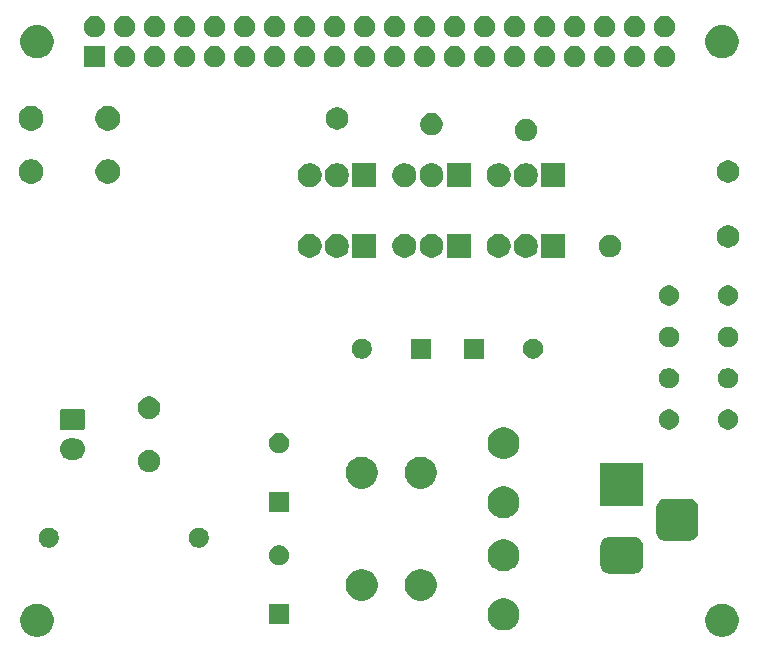
<source format=gbs>
G04 #@! TF.GenerationSoftware,KiCad,Pcbnew,(5.1.5)-2*
G04 #@! TF.CreationDate,2020-08-06T13:29:52+09:00*
G04 #@! TF.ProjectId,CAL_V_Simulation_circuit,43414c5f-565f-4536-996d-756c6174696f,rev?*
G04 #@! TF.SameCoordinates,Original*
G04 #@! TF.FileFunction,Soldermask,Bot*
G04 #@! TF.FilePolarity,Negative*
%FSLAX46Y46*%
G04 Gerber Fmt 4.6, Leading zero omitted, Abs format (unit mm)*
G04 Created by KiCad (PCBNEW (5.1.5)-2) date 2020-08-06 13:29:52*
%MOMM*%
%LPD*%
G04 APERTURE LIST*
%ADD10C,0.100000*%
G04 APERTURE END LIST*
D10*
G36*
X111818433Y-145134893D02*
G01*
X111908657Y-145152839D01*
X112014267Y-145196585D01*
X112163621Y-145258449D01*
X112163622Y-145258450D01*
X112393086Y-145411772D01*
X112588228Y-145606914D01*
X112690675Y-145760237D01*
X112741551Y-145836379D01*
X112803415Y-145985733D01*
X112847161Y-146091343D01*
X112901000Y-146362014D01*
X112901000Y-146637986D01*
X112858630Y-146851000D01*
X112847161Y-146908656D01*
X112741551Y-147163621D01*
X112741550Y-147163622D01*
X112588228Y-147393086D01*
X112393086Y-147588228D01*
X112239763Y-147690675D01*
X112163621Y-147741551D01*
X112014267Y-147803415D01*
X111908657Y-147847161D01*
X111818433Y-147865107D01*
X111637988Y-147901000D01*
X111362012Y-147901000D01*
X111181567Y-147865107D01*
X111091343Y-147847161D01*
X110985733Y-147803415D01*
X110836379Y-147741551D01*
X110760237Y-147690675D01*
X110606914Y-147588228D01*
X110411772Y-147393086D01*
X110258450Y-147163622D01*
X110258449Y-147163621D01*
X110152839Y-146908656D01*
X110141371Y-146851000D01*
X110099000Y-146637986D01*
X110099000Y-146362014D01*
X110152839Y-146091343D01*
X110196585Y-145985733D01*
X110258449Y-145836379D01*
X110309325Y-145760237D01*
X110411772Y-145606914D01*
X110606914Y-145411772D01*
X110836378Y-145258450D01*
X110836379Y-145258449D01*
X110985733Y-145196585D01*
X111091343Y-145152839D01*
X111181567Y-145134893D01*
X111362012Y-145099000D01*
X111637988Y-145099000D01*
X111818433Y-145134893D01*
G37*
G36*
X53818433Y-145134893D02*
G01*
X53908657Y-145152839D01*
X54014267Y-145196585D01*
X54163621Y-145258449D01*
X54163622Y-145258450D01*
X54393086Y-145411772D01*
X54588228Y-145606914D01*
X54690675Y-145760237D01*
X54741551Y-145836379D01*
X54803415Y-145985733D01*
X54847161Y-146091343D01*
X54901000Y-146362014D01*
X54901000Y-146637986D01*
X54858630Y-146851000D01*
X54847161Y-146908656D01*
X54741551Y-147163621D01*
X54741550Y-147163622D01*
X54588228Y-147393086D01*
X54393086Y-147588228D01*
X54239763Y-147690675D01*
X54163621Y-147741551D01*
X54014267Y-147803415D01*
X53908657Y-147847161D01*
X53818433Y-147865107D01*
X53637988Y-147901000D01*
X53362012Y-147901000D01*
X53181567Y-147865107D01*
X53091343Y-147847161D01*
X52985733Y-147803415D01*
X52836379Y-147741551D01*
X52760237Y-147690675D01*
X52606914Y-147588228D01*
X52411772Y-147393086D01*
X52258450Y-147163622D01*
X52258449Y-147163621D01*
X52152839Y-146908656D01*
X52141371Y-146851000D01*
X52099000Y-146637986D01*
X52099000Y-146362014D01*
X52152839Y-146091343D01*
X52196585Y-145985733D01*
X52258449Y-145836379D01*
X52309325Y-145760237D01*
X52411772Y-145606914D01*
X52606914Y-145411772D01*
X52836378Y-145258450D01*
X52836379Y-145258449D01*
X52985733Y-145196585D01*
X53091343Y-145152839D01*
X53181567Y-145134893D01*
X53362012Y-145099000D01*
X53637988Y-145099000D01*
X53818433Y-145134893D01*
G37*
G36*
X93394072Y-144700918D02*
G01*
X93639939Y-144802759D01*
X93712136Y-144851000D01*
X93861211Y-144950609D01*
X94049391Y-145138789D01*
X94058779Y-145152839D01*
X94129346Y-145258449D01*
X94197242Y-145360063D01*
X94299082Y-145605928D01*
X94351000Y-145866937D01*
X94351000Y-146133063D01*
X94299082Y-146394072D01*
X94197242Y-146639937D01*
X94056214Y-146851000D01*
X94049390Y-146861212D01*
X93861212Y-147049390D01*
X93639939Y-147197241D01*
X93639938Y-147197242D01*
X93639937Y-147197242D01*
X93394072Y-147299082D01*
X93133063Y-147351000D01*
X92866937Y-147351000D01*
X92605928Y-147299082D01*
X92360063Y-147197242D01*
X92360062Y-147197242D01*
X92360061Y-147197241D01*
X92138788Y-147049390D01*
X91950610Y-146861212D01*
X91943787Y-146851000D01*
X91802758Y-146639937D01*
X91700918Y-146394072D01*
X91649000Y-146133063D01*
X91649000Y-145866937D01*
X91700918Y-145605928D01*
X91802758Y-145360063D01*
X91870655Y-145258449D01*
X91941221Y-145152839D01*
X91950609Y-145138789D01*
X92138789Y-144950609D01*
X92287864Y-144851000D01*
X92360061Y-144802759D01*
X92605928Y-144700918D01*
X92866937Y-144649000D01*
X93133063Y-144649000D01*
X93394072Y-144700918D01*
G37*
G36*
X74851000Y-146851000D02*
G01*
X73149000Y-146851000D01*
X73149000Y-145149000D01*
X74851000Y-145149000D01*
X74851000Y-146851000D01*
G37*
G36*
X86394072Y-142200918D02*
G01*
X86639939Y-142302759D01*
X86861212Y-142450610D01*
X87049390Y-142638788D01*
X87197241Y-142860061D01*
X87299082Y-143105928D01*
X87351000Y-143366938D01*
X87351000Y-143633062D01*
X87299082Y-143894072D01*
X87197241Y-144139939D01*
X87049390Y-144361212D01*
X86861212Y-144549390D01*
X86639939Y-144697241D01*
X86639938Y-144697242D01*
X86639937Y-144697242D01*
X86394072Y-144799082D01*
X86133063Y-144851000D01*
X85866937Y-144851000D01*
X85605928Y-144799082D01*
X85360063Y-144697242D01*
X85360062Y-144697242D01*
X85360061Y-144697241D01*
X85138788Y-144549390D01*
X84950610Y-144361212D01*
X84802759Y-144139939D01*
X84700918Y-143894072D01*
X84649000Y-143633062D01*
X84649000Y-143366938D01*
X84700918Y-143105928D01*
X84802759Y-142860061D01*
X84950610Y-142638788D01*
X85138788Y-142450610D01*
X85360061Y-142302759D01*
X85605928Y-142200918D01*
X85866937Y-142149000D01*
X86133063Y-142149000D01*
X86394072Y-142200918D01*
G37*
G36*
X81394072Y-142200918D02*
G01*
X81639939Y-142302759D01*
X81861212Y-142450610D01*
X82049390Y-142638788D01*
X82197241Y-142860061D01*
X82299082Y-143105928D01*
X82351000Y-143366938D01*
X82351000Y-143633062D01*
X82299082Y-143894072D01*
X82197241Y-144139939D01*
X82049390Y-144361212D01*
X81861212Y-144549390D01*
X81639939Y-144697241D01*
X81639938Y-144697242D01*
X81639937Y-144697242D01*
X81394072Y-144799082D01*
X81133063Y-144851000D01*
X80866937Y-144851000D01*
X80605928Y-144799082D01*
X80360063Y-144697242D01*
X80360062Y-144697242D01*
X80360061Y-144697241D01*
X80138788Y-144549390D01*
X79950610Y-144361212D01*
X79802759Y-144139939D01*
X79700918Y-143894072D01*
X79649000Y-143633062D01*
X79649000Y-143366938D01*
X79700918Y-143105928D01*
X79802759Y-142860061D01*
X79950610Y-142638788D01*
X80138788Y-142450610D01*
X80360061Y-142302759D01*
X80605928Y-142200918D01*
X80866937Y-142149000D01*
X81133063Y-142149000D01*
X81394072Y-142200918D01*
G37*
G36*
X104226979Y-139463293D02*
G01*
X104360625Y-139503834D01*
X104483784Y-139569664D01*
X104591740Y-139658260D01*
X104680336Y-139766216D01*
X104746166Y-139889375D01*
X104786707Y-140023021D01*
X104801000Y-140168140D01*
X104801000Y-141831860D01*
X104786707Y-141976979D01*
X104746166Y-142110625D01*
X104680336Y-142233784D01*
X104591740Y-142341740D01*
X104483784Y-142430336D01*
X104360625Y-142496166D01*
X104226979Y-142536707D01*
X104081860Y-142551000D01*
X101918140Y-142551000D01*
X101773021Y-142536707D01*
X101639375Y-142496166D01*
X101516216Y-142430336D01*
X101408260Y-142341740D01*
X101319664Y-142233784D01*
X101253834Y-142110625D01*
X101213293Y-141976979D01*
X101199000Y-141831860D01*
X101199000Y-140168140D01*
X101213293Y-140023021D01*
X101253834Y-139889375D01*
X101319664Y-139766216D01*
X101408260Y-139658260D01*
X101516216Y-139569664D01*
X101639375Y-139503834D01*
X101773021Y-139463293D01*
X101918140Y-139449000D01*
X104081860Y-139449000D01*
X104226979Y-139463293D01*
G37*
G36*
X93394072Y-139700918D02*
G01*
X93635693Y-139801000D01*
X93639939Y-139802759D01*
X93751328Y-139877187D01*
X93861211Y-139950609D01*
X94049391Y-140138789D01*
X94106661Y-140224500D01*
X94191187Y-140351000D01*
X94197242Y-140360063D01*
X94299082Y-140605928D01*
X94351000Y-140866937D01*
X94351000Y-141133063D01*
X94299082Y-141394072D01*
X94197242Y-141639937D01*
X94049391Y-141861211D01*
X93861211Y-142049391D01*
X93769568Y-142110625D01*
X93639939Y-142197241D01*
X93639938Y-142197242D01*
X93639937Y-142197242D01*
X93394072Y-142299082D01*
X93133063Y-142351000D01*
X92866937Y-142351000D01*
X92605928Y-142299082D01*
X92360063Y-142197242D01*
X92360062Y-142197242D01*
X92360061Y-142197241D01*
X92230432Y-142110625D01*
X92138789Y-142049391D01*
X91950609Y-141861211D01*
X91802758Y-141639937D01*
X91700918Y-141394072D01*
X91649000Y-141133063D01*
X91649000Y-140866937D01*
X91700918Y-140605928D01*
X91802758Y-140360063D01*
X91808814Y-140351000D01*
X91893339Y-140224500D01*
X91950609Y-140138789D01*
X92138789Y-139950609D01*
X92248672Y-139877187D01*
X92360061Y-139802759D01*
X92364308Y-139801000D01*
X92605928Y-139700918D01*
X92866937Y-139649000D01*
X93133063Y-139649000D01*
X93394072Y-139700918D01*
G37*
G36*
X74248228Y-140181703D02*
G01*
X74403100Y-140245853D01*
X74542481Y-140338985D01*
X74661015Y-140457519D01*
X74754147Y-140596900D01*
X74818297Y-140751772D01*
X74851000Y-140916184D01*
X74851000Y-141083816D01*
X74818297Y-141248228D01*
X74754147Y-141403100D01*
X74661015Y-141542481D01*
X74542481Y-141661015D01*
X74403100Y-141754147D01*
X74248228Y-141818297D01*
X74083816Y-141851000D01*
X73916184Y-141851000D01*
X73751772Y-141818297D01*
X73596900Y-141754147D01*
X73457519Y-141661015D01*
X73338985Y-141542481D01*
X73245853Y-141403100D01*
X73181703Y-141248228D01*
X73149000Y-141083816D01*
X73149000Y-140916184D01*
X73181703Y-140751772D01*
X73245853Y-140596900D01*
X73338985Y-140457519D01*
X73457519Y-140338985D01*
X73596900Y-140245853D01*
X73751772Y-140181703D01*
X73916184Y-140149000D01*
X74083816Y-140149000D01*
X74248228Y-140181703D01*
G37*
G36*
X54748228Y-138681703D02*
G01*
X54903100Y-138745853D01*
X55042481Y-138838985D01*
X55161015Y-138957519D01*
X55254147Y-139096900D01*
X55318297Y-139251772D01*
X55351000Y-139416184D01*
X55351000Y-139583816D01*
X55318297Y-139748228D01*
X55254147Y-139903100D01*
X55161015Y-140042481D01*
X55042481Y-140161015D01*
X54903100Y-140254147D01*
X54748228Y-140318297D01*
X54583816Y-140351000D01*
X54416184Y-140351000D01*
X54251772Y-140318297D01*
X54096900Y-140254147D01*
X53957519Y-140161015D01*
X53838985Y-140042481D01*
X53745853Y-139903100D01*
X53681703Y-139748228D01*
X53649000Y-139583816D01*
X53649000Y-139416184D01*
X53681703Y-139251772D01*
X53745853Y-139096900D01*
X53838985Y-138957519D01*
X53957519Y-138838985D01*
X54096900Y-138745853D01*
X54251772Y-138681703D01*
X54416184Y-138649000D01*
X54583816Y-138649000D01*
X54748228Y-138681703D01*
G37*
G36*
X67448228Y-138681703D02*
G01*
X67603100Y-138745853D01*
X67742481Y-138838985D01*
X67861015Y-138957519D01*
X67954147Y-139096900D01*
X68018297Y-139251772D01*
X68051000Y-139416184D01*
X68051000Y-139583816D01*
X68018297Y-139748228D01*
X67954147Y-139903100D01*
X67861015Y-140042481D01*
X67742481Y-140161015D01*
X67603100Y-140254147D01*
X67448228Y-140318297D01*
X67283816Y-140351000D01*
X67116184Y-140351000D01*
X66951772Y-140318297D01*
X66796900Y-140254147D01*
X66657519Y-140161015D01*
X66538985Y-140042481D01*
X66445853Y-139903100D01*
X66381703Y-139748228D01*
X66349000Y-139583816D01*
X66349000Y-139416184D01*
X66381703Y-139251772D01*
X66445853Y-139096900D01*
X66538985Y-138957519D01*
X66657519Y-138838985D01*
X66796900Y-138745853D01*
X66951772Y-138681703D01*
X67116184Y-138649000D01*
X67283816Y-138649000D01*
X67448228Y-138681703D01*
G37*
G36*
X108826366Y-136215695D02*
G01*
X108983460Y-136263349D01*
X109128231Y-136340731D01*
X109255128Y-136444872D01*
X109359269Y-136571769D01*
X109436651Y-136716540D01*
X109484305Y-136873634D01*
X109501000Y-137043140D01*
X109501000Y-138956860D01*
X109484305Y-139126366D01*
X109436651Y-139283460D01*
X109359269Y-139428231D01*
X109255128Y-139555128D01*
X109128231Y-139659269D01*
X108983460Y-139736651D01*
X108826366Y-139784305D01*
X108656860Y-139801000D01*
X106743140Y-139801000D01*
X106573634Y-139784305D01*
X106416540Y-139736651D01*
X106271769Y-139659269D01*
X106144872Y-139555128D01*
X106040731Y-139428231D01*
X105963349Y-139283460D01*
X105915695Y-139126366D01*
X105899000Y-138956860D01*
X105899000Y-137043140D01*
X105915695Y-136873634D01*
X105963349Y-136716540D01*
X106040731Y-136571769D01*
X106144872Y-136444872D01*
X106271769Y-136340731D01*
X106416540Y-136263349D01*
X106573634Y-136215695D01*
X106743140Y-136199000D01*
X108656860Y-136199000D01*
X108826366Y-136215695D01*
G37*
G36*
X93394072Y-135200918D02*
G01*
X93639939Y-135302759D01*
X93712136Y-135351000D01*
X93861211Y-135450609D01*
X94049391Y-135638789D01*
X94197242Y-135860063D01*
X94299082Y-136105928D01*
X94351000Y-136366937D01*
X94351000Y-136633063D01*
X94299082Y-136894072D01*
X94197242Y-137139937D01*
X94056214Y-137351000D01*
X94049390Y-137361212D01*
X93861212Y-137549390D01*
X93639939Y-137697241D01*
X93639938Y-137697242D01*
X93639937Y-137697242D01*
X93394072Y-137799082D01*
X93133063Y-137851000D01*
X92866937Y-137851000D01*
X92605928Y-137799082D01*
X92360063Y-137697242D01*
X92360062Y-137697242D01*
X92360061Y-137697241D01*
X92138788Y-137549390D01*
X91950610Y-137361212D01*
X91943787Y-137351000D01*
X91802758Y-137139937D01*
X91700918Y-136894072D01*
X91649000Y-136633063D01*
X91649000Y-136366937D01*
X91700918Y-136105928D01*
X91802758Y-135860063D01*
X91950609Y-135638789D01*
X92138789Y-135450609D01*
X92287864Y-135351000D01*
X92360061Y-135302759D01*
X92605928Y-135200918D01*
X92866937Y-135149000D01*
X93133063Y-135149000D01*
X93394072Y-135200918D01*
G37*
G36*
X74851000Y-137351000D02*
G01*
X73149000Y-137351000D01*
X73149000Y-135649000D01*
X74851000Y-135649000D01*
X74851000Y-137351000D01*
G37*
G36*
X104801000Y-136801000D02*
G01*
X101199000Y-136801000D01*
X101199000Y-133199000D01*
X104801000Y-133199000D01*
X104801000Y-136801000D01*
G37*
G36*
X81394072Y-132700918D02*
G01*
X81639939Y-132802759D01*
X81861212Y-132950610D01*
X82049390Y-133138788D01*
X82197241Y-133360061D01*
X82299082Y-133605928D01*
X82351000Y-133866938D01*
X82351000Y-134133062D01*
X82299082Y-134394072D01*
X82197241Y-134639939D01*
X82049390Y-134861212D01*
X81861212Y-135049390D01*
X81639939Y-135197241D01*
X81639938Y-135197242D01*
X81639937Y-135197242D01*
X81394072Y-135299082D01*
X81133063Y-135351000D01*
X80866937Y-135351000D01*
X80605928Y-135299082D01*
X80360063Y-135197242D01*
X80360062Y-135197242D01*
X80360061Y-135197241D01*
X80138788Y-135049390D01*
X79950610Y-134861212D01*
X79802759Y-134639939D01*
X79700918Y-134394072D01*
X79649000Y-134133062D01*
X79649000Y-133866938D01*
X79700918Y-133605928D01*
X79802759Y-133360061D01*
X79950610Y-133138788D01*
X80138788Y-132950610D01*
X80360061Y-132802759D01*
X80605928Y-132700918D01*
X80866937Y-132649000D01*
X81133063Y-132649000D01*
X81394072Y-132700918D01*
G37*
G36*
X86394072Y-132700918D02*
G01*
X86639939Y-132802759D01*
X86861212Y-132950610D01*
X87049390Y-133138788D01*
X87197241Y-133360061D01*
X87299082Y-133605928D01*
X87351000Y-133866938D01*
X87351000Y-134133062D01*
X87299082Y-134394072D01*
X87197241Y-134639939D01*
X87049390Y-134861212D01*
X86861212Y-135049390D01*
X86639939Y-135197241D01*
X86639938Y-135197242D01*
X86639937Y-135197242D01*
X86394072Y-135299082D01*
X86133063Y-135351000D01*
X85866937Y-135351000D01*
X85605928Y-135299082D01*
X85360063Y-135197242D01*
X85360062Y-135197242D01*
X85360061Y-135197241D01*
X85138788Y-135049390D01*
X84950610Y-134861212D01*
X84802759Y-134639939D01*
X84700918Y-134394072D01*
X84649000Y-134133062D01*
X84649000Y-133866938D01*
X84700918Y-133605928D01*
X84802759Y-133360061D01*
X84950610Y-133138788D01*
X85138788Y-132950610D01*
X85360061Y-132802759D01*
X85605928Y-132700918D01*
X85866937Y-132649000D01*
X86133063Y-132649000D01*
X86394072Y-132700918D01*
G37*
G36*
X63277395Y-132085546D02*
G01*
X63450466Y-132157234D01*
X63527818Y-132208919D01*
X63606227Y-132261310D01*
X63738690Y-132393773D01*
X63738691Y-132393775D01*
X63842766Y-132549534D01*
X63914454Y-132722605D01*
X63951000Y-132906333D01*
X63951000Y-133093667D01*
X63914454Y-133277395D01*
X63842766Y-133450466D01*
X63842765Y-133450467D01*
X63738690Y-133606227D01*
X63606227Y-133738690D01*
X63527818Y-133791081D01*
X63450466Y-133842766D01*
X63277395Y-133914454D01*
X63093667Y-133951000D01*
X62906333Y-133951000D01*
X62722605Y-133914454D01*
X62549534Y-133842766D01*
X62472182Y-133791081D01*
X62393773Y-133738690D01*
X62261310Y-133606227D01*
X62157235Y-133450467D01*
X62157234Y-133450466D01*
X62085546Y-133277395D01*
X62049000Y-133093667D01*
X62049000Y-132906333D01*
X62085546Y-132722605D01*
X62157234Y-132549534D01*
X62261309Y-132393775D01*
X62261310Y-132393773D01*
X62393773Y-132261310D01*
X62472182Y-132208919D01*
X62549534Y-132157234D01*
X62722605Y-132085546D01*
X62906333Y-132049000D01*
X63093667Y-132049000D01*
X63277395Y-132085546D01*
G37*
G36*
X56760442Y-131105518D02*
G01*
X56826627Y-131112037D01*
X56996466Y-131163557D01*
X57152991Y-131247222D01*
X57188729Y-131276552D01*
X57290186Y-131359814D01*
X57373448Y-131461271D01*
X57402778Y-131497009D01*
X57486443Y-131653534D01*
X57537963Y-131823373D01*
X57555359Y-132000000D01*
X57537963Y-132176627D01*
X57486443Y-132346466D01*
X57402778Y-132502991D01*
X57373448Y-132538729D01*
X57290186Y-132640186D01*
X57189758Y-132722604D01*
X57152991Y-132752778D01*
X56996466Y-132836443D01*
X56826627Y-132887963D01*
X56760443Y-132894481D01*
X56694260Y-132901000D01*
X56305740Y-132901000D01*
X56239557Y-132894481D01*
X56173373Y-132887963D01*
X56003534Y-132836443D01*
X55847009Y-132752778D01*
X55810242Y-132722604D01*
X55709814Y-132640186D01*
X55626552Y-132538729D01*
X55597222Y-132502991D01*
X55513557Y-132346466D01*
X55462037Y-132176627D01*
X55444641Y-132000000D01*
X55462037Y-131823373D01*
X55513557Y-131653534D01*
X55597222Y-131497009D01*
X55626552Y-131461271D01*
X55709814Y-131359814D01*
X55811271Y-131276552D01*
X55847009Y-131247222D01*
X56003534Y-131163557D01*
X56173373Y-131112037D01*
X56239558Y-131105518D01*
X56305740Y-131099000D01*
X56694260Y-131099000D01*
X56760442Y-131105518D01*
G37*
G36*
X93394072Y-130200918D02*
G01*
X93613125Y-130291652D01*
X93639939Y-130302759D01*
X93741631Y-130370708D01*
X93861211Y-130450609D01*
X94049391Y-130638789D01*
X94197242Y-130860063D01*
X94299082Y-131105928D01*
X94351000Y-131366937D01*
X94351000Y-131633063D01*
X94299082Y-131894072D01*
X94295343Y-131903100D01*
X94197241Y-132139939D01*
X94122813Y-132251328D01*
X94049391Y-132361211D01*
X93861211Y-132549391D01*
X93751328Y-132622813D01*
X93639939Y-132697241D01*
X93639938Y-132697242D01*
X93639937Y-132697242D01*
X93394072Y-132799082D01*
X93133063Y-132851000D01*
X92866937Y-132851000D01*
X92605928Y-132799082D01*
X92360063Y-132697242D01*
X92360062Y-132697242D01*
X92360061Y-132697241D01*
X92248672Y-132622813D01*
X92138789Y-132549391D01*
X91950609Y-132361211D01*
X91877187Y-132251328D01*
X91802759Y-132139939D01*
X91704658Y-131903100D01*
X91700918Y-131894072D01*
X91649000Y-131633063D01*
X91649000Y-131366937D01*
X91700918Y-131105928D01*
X91802758Y-130860063D01*
X91950609Y-130638789D01*
X92138789Y-130450609D01*
X92258369Y-130370708D01*
X92360061Y-130302759D01*
X92386876Y-130291652D01*
X92605928Y-130200918D01*
X92866937Y-130149000D01*
X93133063Y-130149000D01*
X93394072Y-130200918D01*
G37*
G36*
X74248228Y-130681703D02*
G01*
X74403100Y-130745853D01*
X74542481Y-130838985D01*
X74661015Y-130957519D01*
X74754147Y-131096900D01*
X74818297Y-131251772D01*
X74851000Y-131416184D01*
X74851000Y-131583816D01*
X74818297Y-131748228D01*
X74754147Y-131903100D01*
X74661015Y-132042481D01*
X74542481Y-132161015D01*
X74403100Y-132254147D01*
X74248228Y-132318297D01*
X74083816Y-132351000D01*
X73916184Y-132351000D01*
X73751772Y-132318297D01*
X73596900Y-132254147D01*
X73457519Y-132161015D01*
X73338985Y-132042481D01*
X73245853Y-131903100D01*
X73181703Y-131748228D01*
X73149000Y-131583816D01*
X73149000Y-131416184D01*
X73181703Y-131251772D01*
X73245853Y-131096900D01*
X73338985Y-130957519D01*
X73457519Y-130838985D01*
X73596900Y-130745853D01*
X73751772Y-130681703D01*
X73916184Y-130649000D01*
X74083816Y-130649000D01*
X74248228Y-130681703D01*
G37*
G36*
X57408600Y-128602989D02*
G01*
X57441652Y-128613015D01*
X57472103Y-128629292D01*
X57498799Y-128651201D01*
X57520708Y-128677897D01*
X57536985Y-128708348D01*
X57547011Y-128741400D01*
X57551000Y-128781903D01*
X57551000Y-130218097D01*
X57547011Y-130258600D01*
X57536985Y-130291652D01*
X57520708Y-130322103D01*
X57498799Y-130348799D01*
X57472103Y-130370708D01*
X57441652Y-130386985D01*
X57408600Y-130397011D01*
X57368097Y-130401000D01*
X55631903Y-130401000D01*
X55591400Y-130397011D01*
X55558348Y-130386985D01*
X55527897Y-130370708D01*
X55501201Y-130348799D01*
X55479292Y-130322103D01*
X55463015Y-130291652D01*
X55452989Y-130258600D01*
X55449000Y-130218097D01*
X55449000Y-128781903D01*
X55452989Y-128741400D01*
X55463015Y-128708348D01*
X55479292Y-128677897D01*
X55501201Y-128651201D01*
X55527897Y-128629292D01*
X55558348Y-128613015D01*
X55591400Y-128602989D01*
X55631903Y-128599000D01*
X57368097Y-128599000D01*
X57408600Y-128602989D01*
G37*
G36*
X107248228Y-128681703D02*
G01*
X107403100Y-128745853D01*
X107542481Y-128838985D01*
X107661015Y-128957519D01*
X107754147Y-129096900D01*
X107818297Y-129251772D01*
X107851000Y-129416184D01*
X107851000Y-129583816D01*
X107818297Y-129748228D01*
X107754147Y-129903100D01*
X107661015Y-130042481D01*
X107542481Y-130161015D01*
X107403100Y-130254147D01*
X107248228Y-130318297D01*
X107083816Y-130351000D01*
X106916184Y-130351000D01*
X106751772Y-130318297D01*
X106596900Y-130254147D01*
X106457519Y-130161015D01*
X106338985Y-130042481D01*
X106245853Y-129903100D01*
X106181703Y-129748228D01*
X106149000Y-129583816D01*
X106149000Y-129416184D01*
X106181703Y-129251772D01*
X106245853Y-129096900D01*
X106338985Y-128957519D01*
X106457519Y-128838985D01*
X106596900Y-128745853D01*
X106751772Y-128681703D01*
X106916184Y-128649000D01*
X107083816Y-128649000D01*
X107248228Y-128681703D01*
G37*
G36*
X112248228Y-128681703D02*
G01*
X112403100Y-128745853D01*
X112542481Y-128838985D01*
X112661015Y-128957519D01*
X112754147Y-129096900D01*
X112818297Y-129251772D01*
X112851000Y-129416184D01*
X112851000Y-129583816D01*
X112818297Y-129748228D01*
X112754147Y-129903100D01*
X112661015Y-130042481D01*
X112542481Y-130161015D01*
X112403100Y-130254147D01*
X112248228Y-130318297D01*
X112083816Y-130351000D01*
X111916184Y-130351000D01*
X111751772Y-130318297D01*
X111596900Y-130254147D01*
X111457519Y-130161015D01*
X111338985Y-130042481D01*
X111245853Y-129903100D01*
X111181703Y-129748228D01*
X111149000Y-129583816D01*
X111149000Y-129416184D01*
X111181703Y-129251772D01*
X111245853Y-129096900D01*
X111338985Y-128957519D01*
X111457519Y-128838985D01*
X111596900Y-128745853D01*
X111751772Y-128681703D01*
X111916184Y-128649000D01*
X112083816Y-128649000D01*
X112248228Y-128681703D01*
G37*
G36*
X63277395Y-127585546D02*
G01*
X63450466Y-127657234D01*
X63450467Y-127657235D01*
X63606227Y-127761310D01*
X63738690Y-127893773D01*
X63738691Y-127893775D01*
X63842766Y-128049534D01*
X63914454Y-128222605D01*
X63951000Y-128406333D01*
X63951000Y-128593667D01*
X63914454Y-128777395D01*
X63842766Y-128950466D01*
X63791081Y-129027818D01*
X63738690Y-129106227D01*
X63606227Y-129238690D01*
X63586648Y-129251772D01*
X63450466Y-129342766D01*
X63277395Y-129414454D01*
X63093667Y-129451000D01*
X62906333Y-129451000D01*
X62722605Y-129414454D01*
X62549534Y-129342766D01*
X62413352Y-129251772D01*
X62393773Y-129238690D01*
X62261310Y-129106227D01*
X62208919Y-129027818D01*
X62157234Y-128950466D01*
X62085546Y-128777395D01*
X62049000Y-128593667D01*
X62049000Y-128406333D01*
X62085546Y-128222605D01*
X62157234Y-128049534D01*
X62261309Y-127893775D01*
X62261310Y-127893773D01*
X62393773Y-127761310D01*
X62549533Y-127657235D01*
X62549534Y-127657234D01*
X62722605Y-127585546D01*
X62906333Y-127549000D01*
X63093667Y-127549000D01*
X63277395Y-127585546D01*
G37*
G36*
X112248228Y-125181703D02*
G01*
X112403100Y-125245853D01*
X112542481Y-125338985D01*
X112661015Y-125457519D01*
X112754147Y-125596900D01*
X112818297Y-125751772D01*
X112851000Y-125916184D01*
X112851000Y-126083816D01*
X112818297Y-126248228D01*
X112754147Y-126403100D01*
X112661015Y-126542481D01*
X112542481Y-126661015D01*
X112403100Y-126754147D01*
X112248228Y-126818297D01*
X112083816Y-126851000D01*
X111916184Y-126851000D01*
X111751772Y-126818297D01*
X111596900Y-126754147D01*
X111457519Y-126661015D01*
X111338985Y-126542481D01*
X111245853Y-126403100D01*
X111181703Y-126248228D01*
X111149000Y-126083816D01*
X111149000Y-125916184D01*
X111181703Y-125751772D01*
X111245853Y-125596900D01*
X111338985Y-125457519D01*
X111457519Y-125338985D01*
X111596900Y-125245853D01*
X111751772Y-125181703D01*
X111916184Y-125149000D01*
X112083816Y-125149000D01*
X112248228Y-125181703D01*
G37*
G36*
X107248228Y-125181703D02*
G01*
X107403100Y-125245853D01*
X107542481Y-125338985D01*
X107661015Y-125457519D01*
X107754147Y-125596900D01*
X107818297Y-125751772D01*
X107851000Y-125916184D01*
X107851000Y-126083816D01*
X107818297Y-126248228D01*
X107754147Y-126403100D01*
X107661015Y-126542481D01*
X107542481Y-126661015D01*
X107403100Y-126754147D01*
X107248228Y-126818297D01*
X107083816Y-126851000D01*
X106916184Y-126851000D01*
X106751772Y-126818297D01*
X106596900Y-126754147D01*
X106457519Y-126661015D01*
X106338985Y-126542481D01*
X106245853Y-126403100D01*
X106181703Y-126248228D01*
X106149000Y-126083816D01*
X106149000Y-125916184D01*
X106181703Y-125751772D01*
X106245853Y-125596900D01*
X106338985Y-125457519D01*
X106457519Y-125338985D01*
X106596900Y-125245853D01*
X106751772Y-125181703D01*
X106916184Y-125149000D01*
X107083816Y-125149000D01*
X107248228Y-125181703D01*
G37*
G36*
X91351000Y-124351000D02*
G01*
X89649000Y-124351000D01*
X89649000Y-122649000D01*
X91351000Y-122649000D01*
X91351000Y-124351000D01*
G37*
G36*
X86851000Y-124351000D02*
G01*
X85149000Y-124351000D01*
X85149000Y-122649000D01*
X86851000Y-122649000D01*
X86851000Y-124351000D01*
G37*
G36*
X95748228Y-122681703D02*
G01*
X95903100Y-122745853D01*
X96042481Y-122838985D01*
X96161015Y-122957519D01*
X96254147Y-123096900D01*
X96318297Y-123251772D01*
X96351000Y-123416184D01*
X96351000Y-123583816D01*
X96318297Y-123748228D01*
X96254147Y-123903100D01*
X96161015Y-124042481D01*
X96042481Y-124161015D01*
X95903100Y-124254147D01*
X95748228Y-124318297D01*
X95583816Y-124351000D01*
X95416184Y-124351000D01*
X95251772Y-124318297D01*
X95096900Y-124254147D01*
X94957519Y-124161015D01*
X94838985Y-124042481D01*
X94745853Y-123903100D01*
X94681703Y-123748228D01*
X94649000Y-123583816D01*
X94649000Y-123416184D01*
X94681703Y-123251772D01*
X94745853Y-123096900D01*
X94838985Y-122957519D01*
X94957519Y-122838985D01*
X95096900Y-122745853D01*
X95251772Y-122681703D01*
X95416184Y-122649000D01*
X95583816Y-122649000D01*
X95748228Y-122681703D01*
G37*
G36*
X81248228Y-122681703D02*
G01*
X81403100Y-122745853D01*
X81542481Y-122838985D01*
X81661015Y-122957519D01*
X81754147Y-123096900D01*
X81818297Y-123251772D01*
X81851000Y-123416184D01*
X81851000Y-123583816D01*
X81818297Y-123748228D01*
X81754147Y-123903100D01*
X81661015Y-124042481D01*
X81542481Y-124161015D01*
X81403100Y-124254147D01*
X81248228Y-124318297D01*
X81083816Y-124351000D01*
X80916184Y-124351000D01*
X80751772Y-124318297D01*
X80596900Y-124254147D01*
X80457519Y-124161015D01*
X80338985Y-124042481D01*
X80245853Y-123903100D01*
X80181703Y-123748228D01*
X80149000Y-123583816D01*
X80149000Y-123416184D01*
X80181703Y-123251772D01*
X80245853Y-123096900D01*
X80338985Y-122957519D01*
X80457519Y-122838985D01*
X80596900Y-122745853D01*
X80751772Y-122681703D01*
X80916184Y-122649000D01*
X81083816Y-122649000D01*
X81248228Y-122681703D01*
G37*
G36*
X107248228Y-121681703D02*
G01*
X107403100Y-121745853D01*
X107542481Y-121838985D01*
X107661015Y-121957519D01*
X107754147Y-122096900D01*
X107818297Y-122251772D01*
X107851000Y-122416184D01*
X107851000Y-122583816D01*
X107818297Y-122748228D01*
X107754147Y-122903100D01*
X107661015Y-123042481D01*
X107542481Y-123161015D01*
X107403100Y-123254147D01*
X107248228Y-123318297D01*
X107083816Y-123351000D01*
X106916184Y-123351000D01*
X106751772Y-123318297D01*
X106596900Y-123254147D01*
X106457519Y-123161015D01*
X106338985Y-123042481D01*
X106245853Y-122903100D01*
X106181703Y-122748228D01*
X106149000Y-122583816D01*
X106149000Y-122416184D01*
X106181703Y-122251772D01*
X106245853Y-122096900D01*
X106338985Y-121957519D01*
X106457519Y-121838985D01*
X106596900Y-121745853D01*
X106751772Y-121681703D01*
X106916184Y-121649000D01*
X107083816Y-121649000D01*
X107248228Y-121681703D01*
G37*
G36*
X112248228Y-121681703D02*
G01*
X112403100Y-121745853D01*
X112542481Y-121838985D01*
X112661015Y-121957519D01*
X112754147Y-122096900D01*
X112818297Y-122251772D01*
X112851000Y-122416184D01*
X112851000Y-122583816D01*
X112818297Y-122748228D01*
X112754147Y-122903100D01*
X112661015Y-123042481D01*
X112542481Y-123161015D01*
X112403100Y-123254147D01*
X112248228Y-123318297D01*
X112083816Y-123351000D01*
X111916184Y-123351000D01*
X111751772Y-123318297D01*
X111596900Y-123254147D01*
X111457519Y-123161015D01*
X111338985Y-123042481D01*
X111245853Y-122903100D01*
X111181703Y-122748228D01*
X111149000Y-122583816D01*
X111149000Y-122416184D01*
X111181703Y-122251772D01*
X111245853Y-122096900D01*
X111338985Y-121957519D01*
X111457519Y-121838985D01*
X111596900Y-121745853D01*
X111751772Y-121681703D01*
X111916184Y-121649000D01*
X112083816Y-121649000D01*
X112248228Y-121681703D01*
G37*
G36*
X107248228Y-118181703D02*
G01*
X107403100Y-118245853D01*
X107542481Y-118338985D01*
X107661015Y-118457519D01*
X107754147Y-118596900D01*
X107818297Y-118751772D01*
X107851000Y-118916184D01*
X107851000Y-119083816D01*
X107818297Y-119248228D01*
X107754147Y-119403100D01*
X107661015Y-119542481D01*
X107542481Y-119661015D01*
X107403100Y-119754147D01*
X107248228Y-119818297D01*
X107083816Y-119851000D01*
X106916184Y-119851000D01*
X106751772Y-119818297D01*
X106596900Y-119754147D01*
X106457519Y-119661015D01*
X106338985Y-119542481D01*
X106245853Y-119403100D01*
X106181703Y-119248228D01*
X106149000Y-119083816D01*
X106149000Y-118916184D01*
X106181703Y-118751772D01*
X106245853Y-118596900D01*
X106338985Y-118457519D01*
X106457519Y-118338985D01*
X106596900Y-118245853D01*
X106751772Y-118181703D01*
X106916184Y-118149000D01*
X107083816Y-118149000D01*
X107248228Y-118181703D01*
G37*
G36*
X112248228Y-118181703D02*
G01*
X112403100Y-118245853D01*
X112542481Y-118338985D01*
X112661015Y-118457519D01*
X112754147Y-118596900D01*
X112818297Y-118751772D01*
X112851000Y-118916184D01*
X112851000Y-119083816D01*
X112818297Y-119248228D01*
X112754147Y-119403100D01*
X112661015Y-119542481D01*
X112542481Y-119661015D01*
X112403100Y-119754147D01*
X112248228Y-119818297D01*
X112083816Y-119851000D01*
X111916184Y-119851000D01*
X111751772Y-119818297D01*
X111596900Y-119754147D01*
X111457519Y-119661015D01*
X111338985Y-119542481D01*
X111245853Y-119403100D01*
X111181703Y-119248228D01*
X111149000Y-119083816D01*
X111149000Y-118916184D01*
X111181703Y-118751772D01*
X111245853Y-118596900D01*
X111338985Y-118457519D01*
X111457519Y-118338985D01*
X111596900Y-118245853D01*
X111751772Y-118181703D01*
X111916184Y-118149000D01*
X112083816Y-118149000D01*
X112248228Y-118181703D01*
G37*
G36*
X82211000Y-115811000D02*
G01*
X80189000Y-115811000D01*
X80189000Y-113789000D01*
X82211000Y-113789000D01*
X82211000Y-115811000D01*
G37*
G36*
X95194898Y-113827851D02*
G01*
X95378886Y-113904062D01*
X95378888Y-113904063D01*
X95544475Y-114014705D01*
X95685295Y-114155525D01*
X95795937Y-114321112D01*
X95795938Y-114321114D01*
X95872149Y-114505102D01*
X95911000Y-114700424D01*
X95911000Y-114899576D01*
X95872149Y-115094898D01*
X95795938Y-115278886D01*
X95795937Y-115278888D01*
X95685295Y-115444475D01*
X95544475Y-115585295D01*
X95378888Y-115695937D01*
X95378887Y-115695938D01*
X95378886Y-115695938D01*
X95194898Y-115772149D01*
X94999576Y-115811000D01*
X94800424Y-115811000D01*
X94605102Y-115772149D01*
X94421114Y-115695938D01*
X94421113Y-115695938D01*
X94421112Y-115695937D01*
X94255525Y-115585295D01*
X94114705Y-115444475D01*
X94004063Y-115278888D01*
X94004062Y-115278886D01*
X93927851Y-115094898D01*
X93889000Y-114899576D01*
X93889000Y-114700424D01*
X93927851Y-114505102D01*
X94004062Y-114321114D01*
X94004063Y-114321112D01*
X94114705Y-114155525D01*
X94255525Y-114014705D01*
X94421112Y-113904063D01*
X94421114Y-113904062D01*
X94605102Y-113827851D01*
X94800424Y-113789000D01*
X94999576Y-113789000D01*
X95194898Y-113827851D01*
G37*
G36*
X90211000Y-115811000D02*
G01*
X88189000Y-115811000D01*
X88189000Y-113789000D01*
X90211000Y-113789000D01*
X90211000Y-115811000D01*
G37*
G36*
X98211000Y-115811000D02*
G01*
X96189000Y-115811000D01*
X96189000Y-113789000D01*
X98211000Y-113789000D01*
X98211000Y-115811000D01*
G37*
G36*
X92894898Y-113827851D02*
G01*
X93078886Y-113904062D01*
X93078888Y-113904063D01*
X93244475Y-114014705D01*
X93385295Y-114155525D01*
X93495937Y-114321112D01*
X93495938Y-114321114D01*
X93572149Y-114505102D01*
X93611000Y-114700424D01*
X93611000Y-114899576D01*
X93572149Y-115094898D01*
X93495938Y-115278886D01*
X93495937Y-115278888D01*
X93385295Y-115444475D01*
X93244475Y-115585295D01*
X93078888Y-115695937D01*
X93078887Y-115695938D01*
X93078886Y-115695938D01*
X92894898Y-115772149D01*
X92699576Y-115811000D01*
X92500424Y-115811000D01*
X92305102Y-115772149D01*
X92121114Y-115695938D01*
X92121113Y-115695938D01*
X92121112Y-115695937D01*
X91955525Y-115585295D01*
X91814705Y-115444475D01*
X91704063Y-115278888D01*
X91704062Y-115278886D01*
X91627851Y-115094898D01*
X91589000Y-114899576D01*
X91589000Y-114700424D01*
X91627851Y-114505102D01*
X91704062Y-114321114D01*
X91704063Y-114321112D01*
X91814705Y-114155525D01*
X91955525Y-114014705D01*
X92121112Y-113904063D01*
X92121114Y-113904062D01*
X92305102Y-113827851D01*
X92500424Y-113789000D01*
X92699576Y-113789000D01*
X92894898Y-113827851D01*
G37*
G36*
X79194898Y-113827851D02*
G01*
X79378886Y-113904062D01*
X79378888Y-113904063D01*
X79544475Y-114014705D01*
X79685295Y-114155525D01*
X79795937Y-114321112D01*
X79795938Y-114321114D01*
X79872149Y-114505102D01*
X79911000Y-114700424D01*
X79911000Y-114899576D01*
X79872149Y-115094898D01*
X79795938Y-115278886D01*
X79795937Y-115278888D01*
X79685295Y-115444475D01*
X79544475Y-115585295D01*
X79378888Y-115695937D01*
X79378887Y-115695938D01*
X79378886Y-115695938D01*
X79194898Y-115772149D01*
X78999576Y-115811000D01*
X78800424Y-115811000D01*
X78605102Y-115772149D01*
X78421114Y-115695938D01*
X78421113Y-115695938D01*
X78421112Y-115695937D01*
X78255525Y-115585295D01*
X78114705Y-115444475D01*
X78004063Y-115278888D01*
X78004062Y-115278886D01*
X77927851Y-115094898D01*
X77889000Y-114899576D01*
X77889000Y-114700424D01*
X77927851Y-114505102D01*
X78004062Y-114321114D01*
X78004063Y-114321112D01*
X78114705Y-114155525D01*
X78255525Y-114014705D01*
X78421112Y-113904063D01*
X78421114Y-113904062D01*
X78605102Y-113827851D01*
X78800424Y-113789000D01*
X78999576Y-113789000D01*
X79194898Y-113827851D01*
G37*
G36*
X84894898Y-113827851D02*
G01*
X85078886Y-113904062D01*
X85078888Y-113904063D01*
X85244475Y-114014705D01*
X85385295Y-114155525D01*
X85495937Y-114321112D01*
X85495938Y-114321114D01*
X85572149Y-114505102D01*
X85611000Y-114700424D01*
X85611000Y-114899576D01*
X85572149Y-115094898D01*
X85495938Y-115278886D01*
X85495937Y-115278888D01*
X85385295Y-115444475D01*
X85244475Y-115585295D01*
X85078888Y-115695937D01*
X85078887Y-115695938D01*
X85078886Y-115695938D01*
X84894898Y-115772149D01*
X84699576Y-115811000D01*
X84500424Y-115811000D01*
X84305102Y-115772149D01*
X84121114Y-115695938D01*
X84121113Y-115695938D01*
X84121112Y-115695937D01*
X83955525Y-115585295D01*
X83814705Y-115444475D01*
X83704063Y-115278888D01*
X83704062Y-115278886D01*
X83627851Y-115094898D01*
X83589000Y-114899576D01*
X83589000Y-114700424D01*
X83627851Y-114505102D01*
X83704062Y-114321114D01*
X83704063Y-114321112D01*
X83814705Y-114155525D01*
X83955525Y-114014705D01*
X84121112Y-113904063D01*
X84121114Y-113904062D01*
X84305102Y-113827851D01*
X84500424Y-113789000D01*
X84699576Y-113789000D01*
X84894898Y-113827851D01*
G37*
G36*
X87194898Y-113827851D02*
G01*
X87378886Y-113904062D01*
X87378888Y-113904063D01*
X87544475Y-114014705D01*
X87685295Y-114155525D01*
X87795937Y-114321112D01*
X87795938Y-114321114D01*
X87872149Y-114505102D01*
X87911000Y-114700424D01*
X87911000Y-114899576D01*
X87872149Y-115094898D01*
X87795938Y-115278886D01*
X87795937Y-115278888D01*
X87685295Y-115444475D01*
X87544475Y-115585295D01*
X87378888Y-115695937D01*
X87378887Y-115695938D01*
X87378886Y-115695938D01*
X87194898Y-115772149D01*
X86999576Y-115811000D01*
X86800424Y-115811000D01*
X86605102Y-115772149D01*
X86421114Y-115695938D01*
X86421113Y-115695938D01*
X86421112Y-115695937D01*
X86255525Y-115585295D01*
X86114705Y-115444475D01*
X86004063Y-115278888D01*
X86004062Y-115278886D01*
X85927851Y-115094898D01*
X85889000Y-114899576D01*
X85889000Y-114700424D01*
X85927851Y-114505102D01*
X86004062Y-114321114D01*
X86004063Y-114321112D01*
X86114705Y-114155525D01*
X86255525Y-114014705D01*
X86421112Y-113904063D01*
X86421114Y-113904062D01*
X86605102Y-113827851D01*
X86800424Y-113789000D01*
X86999576Y-113789000D01*
X87194898Y-113827851D01*
G37*
G36*
X76894898Y-113827851D02*
G01*
X77078886Y-113904062D01*
X77078888Y-113904063D01*
X77244475Y-114014705D01*
X77385295Y-114155525D01*
X77495937Y-114321112D01*
X77495938Y-114321114D01*
X77572149Y-114505102D01*
X77611000Y-114700424D01*
X77611000Y-114899576D01*
X77572149Y-115094898D01*
X77495938Y-115278886D01*
X77495937Y-115278888D01*
X77385295Y-115444475D01*
X77244475Y-115585295D01*
X77078888Y-115695937D01*
X77078887Y-115695938D01*
X77078886Y-115695938D01*
X76894898Y-115772149D01*
X76699576Y-115811000D01*
X76500424Y-115811000D01*
X76305102Y-115772149D01*
X76121114Y-115695938D01*
X76121113Y-115695938D01*
X76121112Y-115695937D01*
X75955525Y-115585295D01*
X75814705Y-115444475D01*
X75704063Y-115278888D01*
X75704062Y-115278886D01*
X75627851Y-115094898D01*
X75589000Y-114899576D01*
X75589000Y-114700424D01*
X75627851Y-114505102D01*
X75704062Y-114321114D01*
X75704063Y-114321112D01*
X75814705Y-114155525D01*
X75955525Y-114014705D01*
X76121112Y-113904063D01*
X76121114Y-113904062D01*
X76305102Y-113827851D01*
X76500424Y-113789000D01*
X76699576Y-113789000D01*
X76894898Y-113827851D01*
G37*
G36*
X102277395Y-113885546D02*
G01*
X102450466Y-113957234D01*
X102450467Y-113957235D01*
X102606227Y-114061310D01*
X102738690Y-114193773D01*
X102738691Y-114193775D01*
X102842766Y-114349534D01*
X102914454Y-114522605D01*
X102951000Y-114706333D01*
X102951000Y-114893667D01*
X102914454Y-115077395D01*
X102842766Y-115250466D01*
X102842765Y-115250467D01*
X102738690Y-115406227D01*
X102606227Y-115538690D01*
X102536477Y-115585295D01*
X102450466Y-115642766D01*
X102277395Y-115714454D01*
X102093667Y-115751000D01*
X101906333Y-115751000D01*
X101722605Y-115714454D01*
X101549534Y-115642766D01*
X101463523Y-115585295D01*
X101393773Y-115538690D01*
X101261310Y-115406227D01*
X101157235Y-115250467D01*
X101157234Y-115250466D01*
X101085546Y-115077395D01*
X101049000Y-114893667D01*
X101049000Y-114706333D01*
X101085546Y-114522605D01*
X101157234Y-114349534D01*
X101261309Y-114193775D01*
X101261310Y-114193773D01*
X101393773Y-114061310D01*
X101549533Y-113957235D01*
X101549534Y-113957234D01*
X101722605Y-113885546D01*
X101906333Y-113849000D01*
X102093667Y-113849000D01*
X102277395Y-113885546D01*
G37*
G36*
X112277395Y-113085546D02*
G01*
X112450466Y-113157234D01*
X112450467Y-113157235D01*
X112606227Y-113261310D01*
X112738690Y-113393773D01*
X112738691Y-113393775D01*
X112842766Y-113549534D01*
X112914454Y-113722605D01*
X112951000Y-113906333D01*
X112951000Y-114093667D01*
X112914454Y-114277395D01*
X112842766Y-114450466D01*
X112842765Y-114450467D01*
X112738690Y-114606227D01*
X112606227Y-114738690D01*
X112527818Y-114791081D01*
X112450466Y-114842766D01*
X112277395Y-114914454D01*
X112093667Y-114951000D01*
X111906333Y-114951000D01*
X111722605Y-114914454D01*
X111549534Y-114842766D01*
X111472182Y-114791081D01*
X111393773Y-114738690D01*
X111261310Y-114606227D01*
X111157235Y-114450467D01*
X111157234Y-114450466D01*
X111085546Y-114277395D01*
X111049000Y-114093667D01*
X111049000Y-113906333D01*
X111085546Y-113722605D01*
X111157234Y-113549534D01*
X111261309Y-113393775D01*
X111261310Y-113393773D01*
X111393773Y-113261310D01*
X111549533Y-113157235D01*
X111549534Y-113157234D01*
X111722605Y-113085546D01*
X111906333Y-113049000D01*
X112093667Y-113049000D01*
X112277395Y-113085546D01*
G37*
G36*
X92894898Y-107827851D02*
G01*
X93054046Y-107893773D01*
X93078888Y-107904063D01*
X93244475Y-108014705D01*
X93385295Y-108155525D01*
X93495937Y-108321112D01*
X93495938Y-108321114D01*
X93572149Y-108505102D01*
X93611000Y-108700424D01*
X93611000Y-108899576D01*
X93572149Y-109094898D01*
X93512588Y-109238690D01*
X93495937Y-109278888D01*
X93385295Y-109444475D01*
X93244475Y-109585295D01*
X93078888Y-109695937D01*
X93078887Y-109695938D01*
X93078886Y-109695938D01*
X92894898Y-109772149D01*
X92699576Y-109811000D01*
X92500424Y-109811000D01*
X92305102Y-109772149D01*
X92121114Y-109695938D01*
X92121113Y-109695938D01*
X92121112Y-109695937D01*
X91955525Y-109585295D01*
X91814705Y-109444475D01*
X91704063Y-109278888D01*
X91687412Y-109238690D01*
X91627851Y-109094898D01*
X91589000Y-108899576D01*
X91589000Y-108700424D01*
X91627851Y-108505102D01*
X91704062Y-108321114D01*
X91704063Y-108321112D01*
X91814705Y-108155525D01*
X91955525Y-108014705D01*
X92121112Y-107904063D01*
X92145954Y-107893773D01*
X92305102Y-107827851D01*
X92500424Y-107789000D01*
X92699576Y-107789000D01*
X92894898Y-107827851D01*
G37*
G36*
X95194898Y-107827851D02*
G01*
X95354046Y-107893773D01*
X95378888Y-107904063D01*
X95544475Y-108014705D01*
X95685295Y-108155525D01*
X95795937Y-108321112D01*
X95795938Y-108321114D01*
X95872149Y-108505102D01*
X95911000Y-108700424D01*
X95911000Y-108899576D01*
X95872149Y-109094898D01*
X95812588Y-109238690D01*
X95795937Y-109278888D01*
X95685295Y-109444475D01*
X95544475Y-109585295D01*
X95378888Y-109695937D01*
X95378887Y-109695938D01*
X95378886Y-109695938D01*
X95194898Y-109772149D01*
X94999576Y-109811000D01*
X94800424Y-109811000D01*
X94605102Y-109772149D01*
X94421114Y-109695938D01*
X94421113Y-109695938D01*
X94421112Y-109695937D01*
X94255525Y-109585295D01*
X94114705Y-109444475D01*
X94004063Y-109278888D01*
X93987412Y-109238690D01*
X93927851Y-109094898D01*
X93889000Y-108899576D01*
X93889000Y-108700424D01*
X93927851Y-108505102D01*
X94004062Y-108321114D01*
X94004063Y-108321112D01*
X94114705Y-108155525D01*
X94255525Y-108014705D01*
X94421112Y-107904063D01*
X94445954Y-107893773D01*
X94605102Y-107827851D01*
X94800424Y-107789000D01*
X94999576Y-107789000D01*
X95194898Y-107827851D01*
G37*
G36*
X90211000Y-109811000D02*
G01*
X88189000Y-109811000D01*
X88189000Y-107789000D01*
X90211000Y-107789000D01*
X90211000Y-109811000D01*
G37*
G36*
X87194898Y-107827851D02*
G01*
X87354046Y-107893773D01*
X87378888Y-107904063D01*
X87544475Y-108014705D01*
X87685295Y-108155525D01*
X87795937Y-108321112D01*
X87795938Y-108321114D01*
X87872149Y-108505102D01*
X87911000Y-108700424D01*
X87911000Y-108899576D01*
X87872149Y-109094898D01*
X87812588Y-109238690D01*
X87795937Y-109278888D01*
X87685295Y-109444475D01*
X87544475Y-109585295D01*
X87378888Y-109695937D01*
X87378887Y-109695938D01*
X87378886Y-109695938D01*
X87194898Y-109772149D01*
X86999576Y-109811000D01*
X86800424Y-109811000D01*
X86605102Y-109772149D01*
X86421114Y-109695938D01*
X86421113Y-109695938D01*
X86421112Y-109695937D01*
X86255525Y-109585295D01*
X86114705Y-109444475D01*
X86004063Y-109278888D01*
X85987412Y-109238690D01*
X85927851Y-109094898D01*
X85889000Y-108899576D01*
X85889000Y-108700424D01*
X85927851Y-108505102D01*
X86004062Y-108321114D01*
X86004063Y-108321112D01*
X86114705Y-108155525D01*
X86255525Y-108014705D01*
X86421112Y-107904063D01*
X86445954Y-107893773D01*
X86605102Y-107827851D01*
X86800424Y-107789000D01*
X86999576Y-107789000D01*
X87194898Y-107827851D01*
G37*
G36*
X79194898Y-107827851D02*
G01*
X79354046Y-107893773D01*
X79378888Y-107904063D01*
X79544475Y-108014705D01*
X79685295Y-108155525D01*
X79795937Y-108321112D01*
X79795938Y-108321114D01*
X79872149Y-108505102D01*
X79911000Y-108700424D01*
X79911000Y-108899576D01*
X79872149Y-109094898D01*
X79812588Y-109238690D01*
X79795937Y-109278888D01*
X79685295Y-109444475D01*
X79544475Y-109585295D01*
X79378888Y-109695937D01*
X79378887Y-109695938D01*
X79378886Y-109695938D01*
X79194898Y-109772149D01*
X78999576Y-109811000D01*
X78800424Y-109811000D01*
X78605102Y-109772149D01*
X78421114Y-109695938D01*
X78421113Y-109695938D01*
X78421112Y-109695937D01*
X78255525Y-109585295D01*
X78114705Y-109444475D01*
X78004063Y-109278888D01*
X77987412Y-109238690D01*
X77927851Y-109094898D01*
X77889000Y-108899576D01*
X77889000Y-108700424D01*
X77927851Y-108505102D01*
X78004062Y-108321114D01*
X78004063Y-108321112D01*
X78114705Y-108155525D01*
X78255525Y-108014705D01*
X78421112Y-107904063D01*
X78445954Y-107893773D01*
X78605102Y-107827851D01*
X78800424Y-107789000D01*
X78999576Y-107789000D01*
X79194898Y-107827851D01*
G37*
G36*
X76894898Y-107827851D02*
G01*
X77054046Y-107893773D01*
X77078888Y-107904063D01*
X77244475Y-108014705D01*
X77385295Y-108155525D01*
X77495937Y-108321112D01*
X77495938Y-108321114D01*
X77572149Y-108505102D01*
X77611000Y-108700424D01*
X77611000Y-108899576D01*
X77572149Y-109094898D01*
X77512588Y-109238690D01*
X77495937Y-109278888D01*
X77385295Y-109444475D01*
X77244475Y-109585295D01*
X77078888Y-109695937D01*
X77078887Y-109695938D01*
X77078886Y-109695938D01*
X76894898Y-109772149D01*
X76699576Y-109811000D01*
X76500424Y-109811000D01*
X76305102Y-109772149D01*
X76121114Y-109695938D01*
X76121113Y-109695938D01*
X76121112Y-109695937D01*
X75955525Y-109585295D01*
X75814705Y-109444475D01*
X75704063Y-109278888D01*
X75687412Y-109238690D01*
X75627851Y-109094898D01*
X75589000Y-108899576D01*
X75589000Y-108700424D01*
X75627851Y-108505102D01*
X75704062Y-108321114D01*
X75704063Y-108321112D01*
X75814705Y-108155525D01*
X75955525Y-108014705D01*
X76121112Y-107904063D01*
X76145954Y-107893773D01*
X76305102Y-107827851D01*
X76500424Y-107789000D01*
X76699576Y-107789000D01*
X76894898Y-107827851D01*
G37*
G36*
X84894898Y-107827851D02*
G01*
X85054046Y-107893773D01*
X85078888Y-107904063D01*
X85244475Y-108014705D01*
X85385295Y-108155525D01*
X85495937Y-108321112D01*
X85495938Y-108321114D01*
X85572149Y-108505102D01*
X85611000Y-108700424D01*
X85611000Y-108899576D01*
X85572149Y-109094898D01*
X85512588Y-109238690D01*
X85495937Y-109278888D01*
X85385295Y-109444475D01*
X85244475Y-109585295D01*
X85078888Y-109695937D01*
X85078887Y-109695938D01*
X85078886Y-109695938D01*
X84894898Y-109772149D01*
X84699576Y-109811000D01*
X84500424Y-109811000D01*
X84305102Y-109772149D01*
X84121114Y-109695938D01*
X84121113Y-109695938D01*
X84121112Y-109695937D01*
X83955525Y-109585295D01*
X83814705Y-109444475D01*
X83704063Y-109278888D01*
X83687412Y-109238690D01*
X83627851Y-109094898D01*
X83589000Y-108899576D01*
X83589000Y-108700424D01*
X83627851Y-108505102D01*
X83704062Y-108321114D01*
X83704063Y-108321112D01*
X83814705Y-108155525D01*
X83955525Y-108014705D01*
X84121112Y-107904063D01*
X84145954Y-107893773D01*
X84305102Y-107827851D01*
X84500424Y-107789000D01*
X84699576Y-107789000D01*
X84894898Y-107827851D01*
G37*
G36*
X98211000Y-109811000D02*
G01*
X96189000Y-109811000D01*
X96189000Y-107789000D01*
X98211000Y-107789000D01*
X98211000Y-109811000D01*
G37*
G36*
X82211000Y-109811000D02*
G01*
X80189000Y-109811000D01*
X80189000Y-107789000D01*
X82211000Y-107789000D01*
X82211000Y-109811000D01*
G37*
G36*
X53306564Y-107489389D02*
G01*
X53497833Y-107568615D01*
X53497835Y-107568616D01*
X53669973Y-107683635D01*
X53816365Y-107830027D01*
X53865834Y-107904062D01*
X53931385Y-108002167D01*
X54010611Y-108193436D01*
X54051000Y-108396484D01*
X54051000Y-108603516D01*
X54010611Y-108806564D01*
X53931385Y-108997833D01*
X53931384Y-108997835D01*
X53816365Y-109169973D01*
X53669973Y-109316365D01*
X53497835Y-109431384D01*
X53497834Y-109431385D01*
X53497833Y-109431385D01*
X53306564Y-109510611D01*
X53103516Y-109551000D01*
X52896484Y-109551000D01*
X52693436Y-109510611D01*
X52502167Y-109431385D01*
X52502166Y-109431385D01*
X52502165Y-109431384D01*
X52330027Y-109316365D01*
X52183635Y-109169973D01*
X52068616Y-108997835D01*
X52068615Y-108997833D01*
X51989389Y-108806564D01*
X51949000Y-108603516D01*
X51949000Y-108396484D01*
X51989389Y-108193436D01*
X52068615Y-108002167D01*
X52134167Y-107904062D01*
X52183635Y-107830027D01*
X52330027Y-107683635D01*
X52502165Y-107568616D01*
X52502167Y-107568615D01*
X52693436Y-107489389D01*
X52896484Y-107449000D01*
X53103516Y-107449000D01*
X53306564Y-107489389D01*
G37*
G36*
X59806564Y-107489389D02*
G01*
X59997833Y-107568615D01*
X59997835Y-107568616D01*
X60169973Y-107683635D01*
X60316365Y-107830027D01*
X60365834Y-107904062D01*
X60431385Y-108002167D01*
X60510611Y-108193436D01*
X60551000Y-108396484D01*
X60551000Y-108603516D01*
X60510611Y-108806564D01*
X60431385Y-108997833D01*
X60431384Y-108997835D01*
X60316365Y-109169973D01*
X60169973Y-109316365D01*
X59997835Y-109431384D01*
X59997834Y-109431385D01*
X59997833Y-109431385D01*
X59806564Y-109510611D01*
X59603516Y-109551000D01*
X59396484Y-109551000D01*
X59193436Y-109510611D01*
X59002167Y-109431385D01*
X59002166Y-109431385D01*
X59002165Y-109431384D01*
X58830027Y-109316365D01*
X58683635Y-109169973D01*
X58568616Y-108997835D01*
X58568615Y-108997833D01*
X58489389Y-108806564D01*
X58449000Y-108603516D01*
X58449000Y-108396484D01*
X58489389Y-108193436D01*
X58568615Y-108002167D01*
X58634167Y-107904062D01*
X58683635Y-107830027D01*
X58830027Y-107683635D01*
X59002165Y-107568616D01*
X59002167Y-107568615D01*
X59193436Y-107489389D01*
X59396484Y-107449000D01*
X59603516Y-107449000D01*
X59806564Y-107489389D01*
G37*
G36*
X112277395Y-107585546D02*
G01*
X112450466Y-107657234D01*
X112450467Y-107657235D01*
X112606227Y-107761310D01*
X112738690Y-107893773D01*
X112791081Y-107972182D01*
X112842766Y-108049534D01*
X112914454Y-108222605D01*
X112951000Y-108406333D01*
X112951000Y-108593667D01*
X112914454Y-108777395D01*
X112842766Y-108950466D01*
X112842765Y-108950467D01*
X112738690Y-109106227D01*
X112606227Y-109238690D01*
X112546069Y-109278886D01*
X112450466Y-109342766D01*
X112277395Y-109414454D01*
X112093667Y-109451000D01*
X111906333Y-109451000D01*
X111722605Y-109414454D01*
X111549534Y-109342766D01*
X111453931Y-109278886D01*
X111393773Y-109238690D01*
X111261310Y-109106227D01*
X111157235Y-108950467D01*
X111157234Y-108950466D01*
X111085546Y-108777395D01*
X111049000Y-108593667D01*
X111049000Y-108406333D01*
X111085546Y-108222605D01*
X111157234Y-108049534D01*
X111208919Y-107972182D01*
X111261310Y-107893773D01*
X111393773Y-107761310D01*
X111549533Y-107657235D01*
X111549534Y-107657234D01*
X111722605Y-107585546D01*
X111906333Y-107549000D01*
X112093667Y-107549000D01*
X112277395Y-107585546D01*
G37*
G36*
X95177395Y-104085546D02*
G01*
X95350466Y-104157234D01*
X95350467Y-104157235D01*
X95506227Y-104261310D01*
X95638690Y-104393773D01*
X95691081Y-104472182D01*
X95742766Y-104549534D01*
X95814454Y-104722605D01*
X95851000Y-104906333D01*
X95851000Y-105093667D01*
X95814454Y-105277395D01*
X95742766Y-105450466D01*
X95742765Y-105450467D01*
X95638690Y-105606227D01*
X95506227Y-105738690D01*
X95427818Y-105791081D01*
X95350466Y-105842766D01*
X95177395Y-105914454D01*
X94993667Y-105951000D01*
X94806333Y-105951000D01*
X94622605Y-105914454D01*
X94449534Y-105842766D01*
X94372182Y-105791081D01*
X94293773Y-105738690D01*
X94161310Y-105606227D01*
X94057235Y-105450467D01*
X94057234Y-105450466D01*
X93985546Y-105277395D01*
X93949000Y-105093667D01*
X93949000Y-104906333D01*
X93985546Y-104722605D01*
X94057234Y-104549534D01*
X94108919Y-104472182D01*
X94161310Y-104393773D01*
X94293773Y-104261310D01*
X94449533Y-104157235D01*
X94449534Y-104157234D01*
X94622605Y-104085546D01*
X94806333Y-104049000D01*
X94993667Y-104049000D01*
X95177395Y-104085546D01*
G37*
G36*
X87177395Y-103585546D02*
G01*
X87350466Y-103657234D01*
X87404646Y-103693436D01*
X87506227Y-103761310D01*
X87638690Y-103893773D01*
X87691081Y-103972182D01*
X87742766Y-104049534D01*
X87814454Y-104222605D01*
X87851000Y-104406333D01*
X87851000Y-104593667D01*
X87814454Y-104777395D01*
X87742766Y-104950466D01*
X87742765Y-104950467D01*
X87638690Y-105106227D01*
X87506227Y-105238690D01*
X87448299Y-105277396D01*
X87350466Y-105342766D01*
X87177395Y-105414454D01*
X86993667Y-105451000D01*
X86806333Y-105451000D01*
X86622605Y-105414454D01*
X86449534Y-105342766D01*
X86351701Y-105277396D01*
X86293773Y-105238690D01*
X86161310Y-105106227D01*
X86057235Y-104950467D01*
X86057234Y-104950466D01*
X85985546Y-104777395D01*
X85949000Y-104593667D01*
X85949000Y-104406333D01*
X85985546Y-104222605D01*
X86057234Y-104049534D01*
X86108919Y-103972182D01*
X86161310Y-103893773D01*
X86293773Y-103761310D01*
X86395354Y-103693436D01*
X86449534Y-103657234D01*
X86622605Y-103585546D01*
X86806333Y-103549000D01*
X86993667Y-103549000D01*
X87177395Y-103585546D01*
G37*
G36*
X53306564Y-102989389D02*
G01*
X53497833Y-103068615D01*
X53497835Y-103068616D01*
X53523174Y-103085547D01*
X53669973Y-103183635D01*
X53816365Y-103330027D01*
X53931385Y-103502167D01*
X54010611Y-103693436D01*
X54051000Y-103896484D01*
X54051000Y-104103516D01*
X54010611Y-104306564D01*
X53931385Y-104497833D01*
X53931384Y-104497835D01*
X53816365Y-104669973D01*
X53669973Y-104816365D01*
X53497835Y-104931384D01*
X53497834Y-104931385D01*
X53497833Y-104931385D01*
X53306564Y-105010611D01*
X53103516Y-105051000D01*
X52896484Y-105051000D01*
X52693436Y-105010611D01*
X52502167Y-104931385D01*
X52502166Y-104931385D01*
X52502165Y-104931384D01*
X52330027Y-104816365D01*
X52183635Y-104669973D01*
X52068616Y-104497835D01*
X52068615Y-104497833D01*
X51989389Y-104306564D01*
X51949000Y-104103516D01*
X51949000Y-103896484D01*
X51989389Y-103693436D01*
X52068615Y-103502167D01*
X52183635Y-103330027D01*
X52330027Y-103183635D01*
X52476826Y-103085547D01*
X52502165Y-103068616D01*
X52502167Y-103068615D01*
X52693436Y-102989389D01*
X52896484Y-102949000D01*
X53103516Y-102949000D01*
X53306564Y-102989389D01*
G37*
G36*
X59806564Y-102989389D02*
G01*
X59997833Y-103068615D01*
X59997835Y-103068616D01*
X60023174Y-103085547D01*
X60169973Y-103183635D01*
X60316365Y-103330027D01*
X60431385Y-103502167D01*
X60510611Y-103693436D01*
X60551000Y-103896484D01*
X60551000Y-104103516D01*
X60510611Y-104306564D01*
X60431385Y-104497833D01*
X60431384Y-104497835D01*
X60316365Y-104669973D01*
X60169973Y-104816365D01*
X59997835Y-104931384D01*
X59997834Y-104931385D01*
X59997833Y-104931385D01*
X59806564Y-105010611D01*
X59603516Y-105051000D01*
X59396484Y-105051000D01*
X59193436Y-105010611D01*
X59002167Y-104931385D01*
X59002166Y-104931385D01*
X59002165Y-104931384D01*
X58830027Y-104816365D01*
X58683635Y-104669973D01*
X58568616Y-104497835D01*
X58568615Y-104497833D01*
X58489389Y-104306564D01*
X58449000Y-104103516D01*
X58449000Y-103896484D01*
X58489389Y-103693436D01*
X58568615Y-103502167D01*
X58683635Y-103330027D01*
X58830027Y-103183635D01*
X58976826Y-103085547D01*
X59002165Y-103068616D01*
X59002167Y-103068615D01*
X59193436Y-102989389D01*
X59396484Y-102949000D01*
X59603516Y-102949000D01*
X59806564Y-102989389D01*
G37*
G36*
X79177395Y-103085546D02*
G01*
X79350466Y-103157234D01*
X79350467Y-103157235D01*
X79506227Y-103261310D01*
X79638690Y-103393773D01*
X79638691Y-103393775D01*
X79742766Y-103549534D01*
X79814454Y-103722605D01*
X79851000Y-103906333D01*
X79851000Y-104093667D01*
X79814454Y-104277395D01*
X79742766Y-104450466D01*
X79742765Y-104450467D01*
X79638690Y-104606227D01*
X79506227Y-104738690D01*
X79448299Y-104777396D01*
X79350466Y-104842766D01*
X79177395Y-104914454D01*
X78993667Y-104951000D01*
X78806333Y-104951000D01*
X78622605Y-104914454D01*
X78449534Y-104842766D01*
X78351701Y-104777396D01*
X78293773Y-104738690D01*
X78161310Y-104606227D01*
X78057235Y-104450467D01*
X78057234Y-104450466D01*
X77985546Y-104277395D01*
X77949000Y-104093667D01*
X77949000Y-103906333D01*
X77985546Y-103722605D01*
X78057234Y-103549534D01*
X78161309Y-103393775D01*
X78161310Y-103393773D01*
X78293773Y-103261310D01*
X78449533Y-103157235D01*
X78449534Y-103157234D01*
X78622605Y-103085546D01*
X78806333Y-103049000D01*
X78993667Y-103049000D01*
X79177395Y-103085546D01*
G37*
G36*
X81343512Y-97873927D02*
G01*
X81492812Y-97903624D01*
X81656784Y-97971544D01*
X81804354Y-98070147D01*
X81929853Y-98195646D01*
X82028456Y-98343216D01*
X82096376Y-98507188D01*
X82131000Y-98681259D01*
X82131000Y-98858741D01*
X82096376Y-99032812D01*
X82028456Y-99196784D01*
X81929853Y-99344354D01*
X81804354Y-99469853D01*
X81656784Y-99568456D01*
X81492812Y-99636376D01*
X81343512Y-99666073D01*
X81318742Y-99671000D01*
X81141258Y-99671000D01*
X81116488Y-99666073D01*
X80967188Y-99636376D01*
X80803216Y-99568456D01*
X80655646Y-99469853D01*
X80530147Y-99344354D01*
X80431544Y-99196784D01*
X80363624Y-99032812D01*
X80329000Y-98858741D01*
X80329000Y-98681259D01*
X80363624Y-98507188D01*
X80431544Y-98343216D01*
X80530147Y-98195646D01*
X80655646Y-98070147D01*
X80803216Y-97971544D01*
X80967188Y-97903624D01*
X81116488Y-97873927D01*
X81141258Y-97869000D01*
X81318742Y-97869000D01*
X81343512Y-97873927D01*
G37*
G36*
X94043512Y-97873927D02*
G01*
X94192812Y-97903624D01*
X94356784Y-97971544D01*
X94504354Y-98070147D01*
X94629853Y-98195646D01*
X94728456Y-98343216D01*
X94796376Y-98507188D01*
X94831000Y-98681259D01*
X94831000Y-98858741D01*
X94796376Y-99032812D01*
X94728456Y-99196784D01*
X94629853Y-99344354D01*
X94504354Y-99469853D01*
X94356784Y-99568456D01*
X94192812Y-99636376D01*
X94043512Y-99666073D01*
X94018742Y-99671000D01*
X93841258Y-99671000D01*
X93816488Y-99666073D01*
X93667188Y-99636376D01*
X93503216Y-99568456D01*
X93355646Y-99469853D01*
X93230147Y-99344354D01*
X93131544Y-99196784D01*
X93063624Y-99032812D01*
X93029000Y-98858741D01*
X93029000Y-98681259D01*
X93063624Y-98507188D01*
X93131544Y-98343216D01*
X93230147Y-98195646D01*
X93355646Y-98070147D01*
X93503216Y-97971544D01*
X93667188Y-97903624D01*
X93816488Y-97873927D01*
X93841258Y-97869000D01*
X94018742Y-97869000D01*
X94043512Y-97873927D01*
G37*
G36*
X91503512Y-97873927D02*
G01*
X91652812Y-97903624D01*
X91816784Y-97971544D01*
X91964354Y-98070147D01*
X92089853Y-98195646D01*
X92188456Y-98343216D01*
X92256376Y-98507188D01*
X92291000Y-98681259D01*
X92291000Y-98858741D01*
X92256376Y-99032812D01*
X92188456Y-99196784D01*
X92089853Y-99344354D01*
X91964354Y-99469853D01*
X91816784Y-99568456D01*
X91652812Y-99636376D01*
X91503512Y-99666073D01*
X91478742Y-99671000D01*
X91301258Y-99671000D01*
X91276488Y-99666073D01*
X91127188Y-99636376D01*
X90963216Y-99568456D01*
X90815646Y-99469853D01*
X90690147Y-99344354D01*
X90591544Y-99196784D01*
X90523624Y-99032812D01*
X90489000Y-98858741D01*
X90489000Y-98681259D01*
X90523624Y-98507188D01*
X90591544Y-98343216D01*
X90690147Y-98195646D01*
X90815646Y-98070147D01*
X90963216Y-97971544D01*
X91127188Y-97903624D01*
X91276488Y-97873927D01*
X91301258Y-97869000D01*
X91478742Y-97869000D01*
X91503512Y-97873927D01*
G37*
G36*
X88963512Y-97873927D02*
G01*
X89112812Y-97903624D01*
X89276784Y-97971544D01*
X89424354Y-98070147D01*
X89549853Y-98195646D01*
X89648456Y-98343216D01*
X89716376Y-98507188D01*
X89751000Y-98681259D01*
X89751000Y-98858741D01*
X89716376Y-99032812D01*
X89648456Y-99196784D01*
X89549853Y-99344354D01*
X89424354Y-99469853D01*
X89276784Y-99568456D01*
X89112812Y-99636376D01*
X88963512Y-99666073D01*
X88938742Y-99671000D01*
X88761258Y-99671000D01*
X88736488Y-99666073D01*
X88587188Y-99636376D01*
X88423216Y-99568456D01*
X88275646Y-99469853D01*
X88150147Y-99344354D01*
X88051544Y-99196784D01*
X87983624Y-99032812D01*
X87949000Y-98858741D01*
X87949000Y-98681259D01*
X87983624Y-98507188D01*
X88051544Y-98343216D01*
X88150147Y-98195646D01*
X88275646Y-98070147D01*
X88423216Y-97971544D01*
X88587188Y-97903624D01*
X88736488Y-97873927D01*
X88761258Y-97869000D01*
X88938742Y-97869000D01*
X88963512Y-97873927D01*
G37*
G36*
X86423512Y-97873927D02*
G01*
X86572812Y-97903624D01*
X86736784Y-97971544D01*
X86884354Y-98070147D01*
X87009853Y-98195646D01*
X87108456Y-98343216D01*
X87176376Y-98507188D01*
X87211000Y-98681259D01*
X87211000Y-98858741D01*
X87176376Y-99032812D01*
X87108456Y-99196784D01*
X87009853Y-99344354D01*
X86884354Y-99469853D01*
X86736784Y-99568456D01*
X86572812Y-99636376D01*
X86423512Y-99666073D01*
X86398742Y-99671000D01*
X86221258Y-99671000D01*
X86196488Y-99666073D01*
X86047188Y-99636376D01*
X85883216Y-99568456D01*
X85735646Y-99469853D01*
X85610147Y-99344354D01*
X85511544Y-99196784D01*
X85443624Y-99032812D01*
X85409000Y-98858741D01*
X85409000Y-98681259D01*
X85443624Y-98507188D01*
X85511544Y-98343216D01*
X85610147Y-98195646D01*
X85735646Y-98070147D01*
X85883216Y-97971544D01*
X86047188Y-97903624D01*
X86196488Y-97873927D01*
X86221258Y-97869000D01*
X86398742Y-97869000D01*
X86423512Y-97873927D01*
G37*
G36*
X83883512Y-97873927D02*
G01*
X84032812Y-97903624D01*
X84196784Y-97971544D01*
X84344354Y-98070147D01*
X84469853Y-98195646D01*
X84568456Y-98343216D01*
X84636376Y-98507188D01*
X84671000Y-98681259D01*
X84671000Y-98858741D01*
X84636376Y-99032812D01*
X84568456Y-99196784D01*
X84469853Y-99344354D01*
X84344354Y-99469853D01*
X84196784Y-99568456D01*
X84032812Y-99636376D01*
X83883512Y-99666073D01*
X83858742Y-99671000D01*
X83681258Y-99671000D01*
X83656488Y-99666073D01*
X83507188Y-99636376D01*
X83343216Y-99568456D01*
X83195646Y-99469853D01*
X83070147Y-99344354D01*
X82971544Y-99196784D01*
X82903624Y-99032812D01*
X82869000Y-98858741D01*
X82869000Y-98681259D01*
X82903624Y-98507188D01*
X82971544Y-98343216D01*
X83070147Y-98195646D01*
X83195646Y-98070147D01*
X83343216Y-97971544D01*
X83507188Y-97903624D01*
X83656488Y-97873927D01*
X83681258Y-97869000D01*
X83858742Y-97869000D01*
X83883512Y-97873927D01*
G37*
G36*
X78803512Y-97873927D02*
G01*
X78952812Y-97903624D01*
X79116784Y-97971544D01*
X79264354Y-98070147D01*
X79389853Y-98195646D01*
X79488456Y-98343216D01*
X79556376Y-98507188D01*
X79591000Y-98681259D01*
X79591000Y-98858741D01*
X79556376Y-99032812D01*
X79488456Y-99196784D01*
X79389853Y-99344354D01*
X79264354Y-99469853D01*
X79116784Y-99568456D01*
X78952812Y-99636376D01*
X78803512Y-99666073D01*
X78778742Y-99671000D01*
X78601258Y-99671000D01*
X78576488Y-99666073D01*
X78427188Y-99636376D01*
X78263216Y-99568456D01*
X78115646Y-99469853D01*
X77990147Y-99344354D01*
X77891544Y-99196784D01*
X77823624Y-99032812D01*
X77789000Y-98858741D01*
X77789000Y-98681259D01*
X77823624Y-98507188D01*
X77891544Y-98343216D01*
X77990147Y-98195646D01*
X78115646Y-98070147D01*
X78263216Y-97971544D01*
X78427188Y-97903624D01*
X78576488Y-97873927D01*
X78601258Y-97869000D01*
X78778742Y-97869000D01*
X78803512Y-97873927D01*
G37*
G36*
X101663512Y-97873927D02*
G01*
X101812812Y-97903624D01*
X101976784Y-97971544D01*
X102124354Y-98070147D01*
X102249853Y-98195646D01*
X102348456Y-98343216D01*
X102416376Y-98507188D01*
X102451000Y-98681259D01*
X102451000Y-98858741D01*
X102416376Y-99032812D01*
X102348456Y-99196784D01*
X102249853Y-99344354D01*
X102124354Y-99469853D01*
X101976784Y-99568456D01*
X101812812Y-99636376D01*
X101663512Y-99666073D01*
X101638742Y-99671000D01*
X101461258Y-99671000D01*
X101436488Y-99666073D01*
X101287188Y-99636376D01*
X101123216Y-99568456D01*
X100975646Y-99469853D01*
X100850147Y-99344354D01*
X100751544Y-99196784D01*
X100683624Y-99032812D01*
X100649000Y-98858741D01*
X100649000Y-98681259D01*
X100683624Y-98507188D01*
X100751544Y-98343216D01*
X100850147Y-98195646D01*
X100975646Y-98070147D01*
X101123216Y-97971544D01*
X101287188Y-97903624D01*
X101436488Y-97873927D01*
X101461258Y-97869000D01*
X101638742Y-97869000D01*
X101663512Y-97873927D01*
G37*
G36*
X99123512Y-97873927D02*
G01*
X99272812Y-97903624D01*
X99436784Y-97971544D01*
X99584354Y-98070147D01*
X99709853Y-98195646D01*
X99808456Y-98343216D01*
X99876376Y-98507188D01*
X99911000Y-98681259D01*
X99911000Y-98858741D01*
X99876376Y-99032812D01*
X99808456Y-99196784D01*
X99709853Y-99344354D01*
X99584354Y-99469853D01*
X99436784Y-99568456D01*
X99272812Y-99636376D01*
X99123512Y-99666073D01*
X99098742Y-99671000D01*
X98921258Y-99671000D01*
X98896488Y-99666073D01*
X98747188Y-99636376D01*
X98583216Y-99568456D01*
X98435646Y-99469853D01*
X98310147Y-99344354D01*
X98211544Y-99196784D01*
X98143624Y-99032812D01*
X98109000Y-98858741D01*
X98109000Y-98681259D01*
X98143624Y-98507188D01*
X98211544Y-98343216D01*
X98310147Y-98195646D01*
X98435646Y-98070147D01*
X98583216Y-97971544D01*
X98747188Y-97903624D01*
X98896488Y-97873927D01*
X98921258Y-97869000D01*
X99098742Y-97869000D01*
X99123512Y-97873927D01*
G37*
G36*
X104203512Y-97873927D02*
G01*
X104352812Y-97903624D01*
X104516784Y-97971544D01*
X104664354Y-98070147D01*
X104789853Y-98195646D01*
X104888456Y-98343216D01*
X104956376Y-98507188D01*
X104991000Y-98681259D01*
X104991000Y-98858741D01*
X104956376Y-99032812D01*
X104888456Y-99196784D01*
X104789853Y-99344354D01*
X104664354Y-99469853D01*
X104516784Y-99568456D01*
X104352812Y-99636376D01*
X104203512Y-99666073D01*
X104178742Y-99671000D01*
X104001258Y-99671000D01*
X103976488Y-99666073D01*
X103827188Y-99636376D01*
X103663216Y-99568456D01*
X103515646Y-99469853D01*
X103390147Y-99344354D01*
X103291544Y-99196784D01*
X103223624Y-99032812D01*
X103189000Y-98858741D01*
X103189000Y-98681259D01*
X103223624Y-98507188D01*
X103291544Y-98343216D01*
X103390147Y-98195646D01*
X103515646Y-98070147D01*
X103663216Y-97971544D01*
X103827188Y-97903624D01*
X103976488Y-97873927D01*
X104001258Y-97869000D01*
X104178742Y-97869000D01*
X104203512Y-97873927D01*
G37*
G36*
X59271000Y-99671000D02*
G01*
X57469000Y-99671000D01*
X57469000Y-97869000D01*
X59271000Y-97869000D01*
X59271000Y-99671000D01*
G37*
G36*
X61023512Y-97873927D02*
G01*
X61172812Y-97903624D01*
X61336784Y-97971544D01*
X61484354Y-98070147D01*
X61609853Y-98195646D01*
X61708456Y-98343216D01*
X61776376Y-98507188D01*
X61811000Y-98681259D01*
X61811000Y-98858741D01*
X61776376Y-99032812D01*
X61708456Y-99196784D01*
X61609853Y-99344354D01*
X61484354Y-99469853D01*
X61336784Y-99568456D01*
X61172812Y-99636376D01*
X61023512Y-99666073D01*
X60998742Y-99671000D01*
X60821258Y-99671000D01*
X60796488Y-99666073D01*
X60647188Y-99636376D01*
X60483216Y-99568456D01*
X60335646Y-99469853D01*
X60210147Y-99344354D01*
X60111544Y-99196784D01*
X60043624Y-99032812D01*
X60009000Y-98858741D01*
X60009000Y-98681259D01*
X60043624Y-98507188D01*
X60111544Y-98343216D01*
X60210147Y-98195646D01*
X60335646Y-98070147D01*
X60483216Y-97971544D01*
X60647188Y-97903624D01*
X60796488Y-97873927D01*
X60821258Y-97869000D01*
X60998742Y-97869000D01*
X61023512Y-97873927D01*
G37*
G36*
X63563512Y-97873927D02*
G01*
X63712812Y-97903624D01*
X63876784Y-97971544D01*
X64024354Y-98070147D01*
X64149853Y-98195646D01*
X64248456Y-98343216D01*
X64316376Y-98507188D01*
X64351000Y-98681259D01*
X64351000Y-98858741D01*
X64316376Y-99032812D01*
X64248456Y-99196784D01*
X64149853Y-99344354D01*
X64024354Y-99469853D01*
X63876784Y-99568456D01*
X63712812Y-99636376D01*
X63563512Y-99666073D01*
X63538742Y-99671000D01*
X63361258Y-99671000D01*
X63336488Y-99666073D01*
X63187188Y-99636376D01*
X63023216Y-99568456D01*
X62875646Y-99469853D01*
X62750147Y-99344354D01*
X62651544Y-99196784D01*
X62583624Y-99032812D01*
X62549000Y-98858741D01*
X62549000Y-98681259D01*
X62583624Y-98507188D01*
X62651544Y-98343216D01*
X62750147Y-98195646D01*
X62875646Y-98070147D01*
X63023216Y-97971544D01*
X63187188Y-97903624D01*
X63336488Y-97873927D01*
X63361258Y-97869000D01*
X63538742Y-97869000D01*
X63563512Y-97873927D01*
G37*
G36*
X66103512Y-97873927D02*
G01*
X66252812Y-97903624D01*
X66416784Y-97971544D01*
X66564354Y-98070147D01*
X66689853Y-98195646D01*
X66788456Y-98343216D01*
X66856376Y-98507188D01*
X66891000Y-98681259D01*
X66891000Y-98858741D01*
X66856376Y-99032812D01*
X66788456Y-99196784D01*
X66689853Y-99344354D01*
X66564354Y-99469853D01*
X66416784Y-99568456D01*
X66252812Y-99636376D01*
X66103512Y-99666073D01*
X66078742Y-99671000D01*
X65901258Y-99671000D01*
X65876488Y-99666073D01*
X65727188Y-99636376D01*
X65563216Y-99568456D01*
X65415646Y-99469853D01*
X65290147Y-99344354D01*
X65191544Y-99196784D01*
X65123624Y-99032812D01*
X65089000Y-98858741D01*
X65089000Y-98681259D01*
X65123624Y-98507188D01*
X65191544Y-98343216D01*
X65290147Y-98195646D01*
X65415646Y-98070147D01*
X65563216Y-97971544D01*
X65727188Y-97903624D01*
X65876488Y-97873927D01*
X65901258Y-97869000D01*
X66078742Y-97869000D01*
X66103512Y-97873927D01*
G37*
G36*
X68643512Y-97873927D02*
G01*
X68792812Y-97903624D01*
X68956784Y-97971544D01*
X69104354Y-98070147D01*
X69229853Y-98195646D01*
X69328456Y-98343216D01*
X69396376Y-98507188D01*
X69431000Y-98681259D01*
X69431000Y-98858741D01*
X69396376Y-99032812D01*
X69328456Y-99196784D01*
X69229853Y-99344354D01*
X69104354Y-99469853D01*
X68956784Y-99568456D01*
X68792812Y-99636376D01*
X68643512Y-99666073D01*
X68618742Y-99671000D01*
X68441258Y-99671000D01*
X68416488Y-99666073D01*
X68267188Y-99636376D01*
X68103216Y-99568456D01*
X67955646Y-99469853D01*
X67830147Y-99344354D01*
X67731544Y-99196784D01*
X67663624Y-99032812D01*
X67629000Y-98858741D01*
X67629000Y-98681259D01*
X67663624Y-98507188D01*
X67731544Y-98343216D01*
X67830147Y-98195646D01*
X67955646Y-98070147D01*
X68103216Y-97971544D01*
X68267188Y-97903624D01*
X68416488Y-97873927D01*
X68441258Y-97869000D01*
X68618742Y-97869000D01*
X68643512Y-97873927D01*
G37*
G36*
X71183512Y-97873927D02*
G01*
X71332812Y-97903624D01*
X71496784Y-97971544D01*
X71644354Y-98070147D01*
X71769853Y-98195646D01*
X71868456Y-98343216D01*
X71936376Y-98507188D01*
X71971000Y-98681259D01*
X71971000Y-98858741D01*
X71936376Y-99032812D01*
X71868456Y-99196784D01*
X71769853Y-99344354D01*
X71644354Y-99469853D01*
X71496784Y-99568456D01*
X71332812Y-99636376D01*
X71183512Y-99666073D01*
X71158742Y-99671000D01*
X70981258Y-99671000D01*
X70956488Y-99666073D01*
X70807188Y-99636376D01*
X70643216Y-99568456D01*
X70495646Y-99469853D01*
X70370147Y-99344354D01*
X70271544Y-99196784D01*
X70203624Y-99032812D01*
X70169000Y-98858741D01*
X70169000Y-98681259D01*
X70203624Y-98507188D01*
X70271544Y-98343216D01*
X70370147Y-98195646D01*
X70495646Y-98070147D01*
X70643216Y-97971544D01*
X70807188Y-97903624D01*
X70956488Y-97873927D01*
X70981258Y-97869000D01*
X71158742Y-97869000D01*
X71183512Y-97873927D01*
G37*
G36*
X73723512Y-97873927D02*
G01*
X73872812Y-97903624D01*
X74036784Y-97971544D01*
X74184354Y-98070147D01*
X74309853Y-98195646D01*
X74408456Y-98343216D01*
X74476376Y-98507188D01*
X74511000Y-98681259D01*
X74511000Y-98858741D01*
X74476376Y-99032812D01*
X74408456Y-99196784D01*
X74309853Y-99344354D01*
X74184354Y-99469853D01*
X74036784Y-99568456D01*
X73872812Y-99636376D01*
X73723512Y-99666073D01*
X73698742Y-99671000D01*
X73521258Y-99671000D01*
X73496488Y-99666073D01*
X73347188Y-99636376D01*
X73183216Y-99568456D01*
X73035646Y-99469853D01*
X72910147Y-99344354D01*
X72811544Y-99196784D01*
X72743624Y-99032812D01*
X72709000Y-98858741D01*
X72709000Y-98681259D01*
X72743624Y-98507188D01*
X72811544Y-98343216D01*
X72910147Y-98195646D01*
X73035646Y-98070147D01*
X73183216Y-97971544D01*
X73347188Y-97903624D01*
X73496488Y-97873927D01*
X73521258Y-97869000D01*
X73698742Y-97869000D01*
X73723512Y-97873927D01*
G37*
G36*
X96583512Y-97873927D02*
G01*
X96732812Y-97903624D01*
X96896784Y-97971544D01*
X97044354Y-98070147D01*
X97169853Y-98195646D01*
X97268456Y-98343216D01*
X97336376Y-98507188D01*
X97371000Y-98681259D01*
X97371000Y-98858741D01*
X97336376Y-99032812D01*
X97268456Y-99196784D01*
X97169853Y-99344354D01*
X97044354Y-99469853D01*
X96896784Y-99568456D01*
X96732812Y-99636376D01*
X96583512Y-99666073D01*
X96558742Y-99671000D01*
X96381258Y-99671000D01*
X96356488Y-99666073D01*
X96207188Y-99636376D01*
X96043216Y-99568456D01*
X95895646Y-99469853D01*
X95770147Y-99344354D01*
X95671544Y-99196784D01*
X95603624Y-99032812D01*
X95569000Y-98858741D01*
X95569000Y-98681259D01*
X95603624Y-98507188D01*
X95671544Y-98343216D01*
X95770147Y-98195646D01*
X95895646Y-98070147D01*
X96043216Y-97971544D01*
X96207188Y-97903624D01*
X96356488Y-97873927D01*
X96381258Y-97869000D01*
X96558742Y-97869000D01*
X96583512Y-97873927D01*
G37*
G36*
X76263512Y-97873927D02*
G01*
X76412812Y-97903624D01*
X76576784Y-97971544D01*
X76724354Y-98070147D01*
X76849853Y-98195646D01*
X76948456Y-98343216D01*
X77016376Y-98507188D01*
X77051000Y-98681259D01*
X77051000Y-98858741D01*
X77016376Y-99032812D01*
X76948456Y-99196784D01*
X76849853Y-99344354D01*
X76724354Y-99469853D01*
X76576784Y-99568456D01*
X76412812Y-99636376D01*
X76263512Y-99666073D01*
X76238742Y-99671000D01*
X76061258Y-99671000D01*
X76036488Y-99666073D01*
X75887188Y-99636376D01*
X75723216Y-99568456D01*
X75575646Y-99469853D01*
X75450147Y-99344354D01*
X75351544Y-99196784D01*
X75283624Y-99032812D01*
X75249000Y-98858741D01*
X75249000Y-98681259D01*
X75283624Y-98507188D01*
X75351544Y-98343216D01*
X75450147Y-98195646D01*
X75575646Y-98070147D01*
X75723216Y-97971544D01*
X75887188Y-97903624D01*
X76036488Y-97873927D01*
X76061258Y-97869000D01*
X76238742Y-97869000D01*
X76263512Y-97873927D01*
G37*
G36*
X106743512Y-97873927D02*
G01*
X106892812Y-97903624D01*
X107056784Y-97971544D01*
X107204354Y-98070147D01*
X107329853Y-98195646D01*
X107428456Y-98343216D01*
X107496376Y-98507188D01*
X107531000Y-98681259D01*
X107531000Y-98858741D01*
X107496376Y-99032812D01*
X107428456Y-99196784D01*
X107329853Y-99344354D01*
X107204354Y-99469853D01*
X107056784Y-99568456D01*
X106892812Y-99636376D01*
X106743512Y-99666073D01*
X106718742Y-99671000D01*
X106541258Y-99671000D01*
X106516488Y-99666073D01*
X106367188Y-99636376D01*
X106203216Y-99568456D01*
X106055646Y-99469853D01*
X105930147Y-99344354D01*
X105831544Y-99196784D01*
X105763624Y-99032812D01*
X105729000Y-98858741D01*
X105729000Y-98681259D01*
X105763624Y-98507188D01*
X105831544Y-98343216D01*
X105930147Y-98195646D01*
X106055646Y-98070147D01*
X106203216Y-97971544D01*
X106367188Y-97903624D01*
X106516488Y-97873927D01*
X106541258Y-97869000D01*
X106718742Y-97869000D01*
X106743512Y-97873927D01*
G37*
G36*
X53818433Y-96134893D02*
G01*
X53908657Y-96152839D01*
X54014267Y-96196585D01*
X54163621Y-96258449D01*
X54163622Y-96258450D01*
X54393086Y-96411772D01*
X54588228Y-96606914D01*
X54690675Y-96760237D01*
X54741551Y-96836379D01*
X54847161Y-97091344D01*
X54901000Y-97362012D01*
X54901000Y-97637988D01*
X54847161Y-97908656D01*
X54741551Y-98163621D01*
X54720152Y-98195647D01*
X54588228Y-98393086D01*
X54393086Y-98588228D01*
X54253856Y-98681258D01*
X54163621Y-98741551D01*
X54014267Y-98803415D01*
X53908657Y-98847161D01*
X53818433Y-98865107D01*
X53637988Y-98901000D01*
X53362012Y-98901000D01*
X53181567Y-98865107D01*
X53091343Y-98847161D01*
X52985733Y-98803415D01*
X52836379Y-98741551D01*
X52746144Y-98681258D01*
X52606914Y-98588228D01*
X52411772Y-98393086D01*
X52279848Y-98195647D01*
X52258449Y-98163621D01*
X52152839Y-97908656D01*
X52099000Y-97637988D01*
X52099000Y-97362012D01*
X52152839Y-97091344D01*
X52258449Y-96836379D01*
X52309325Y-96760237D01*
X52411772Y-96606914D01*
X52606914Y-96411772D01*
X52836378Y-96258450D01*
X52836379Y-96258449D01*
X52985733Y-96196585D01*
X53091343Y-96152839D01*
X53181567Y-96134893D01*
X53362012Y-96099000D01*
X53637988Y-96099000D01*
X53818433Y-96134893D01*
G37*
G36*
X111818433Y-96134893D02*
G01*
X111908657Y-96152839D01*
X112014267Y-96196585D01*
X112163621Y-96258449D01*
X112163622Y-96258450D01*
X112393086Y-96411772D01*
X112588228Y-96606914D01*
X112690675Y-96760237D01*
X112741551Y-96836379D01*
X112847161Y-97091344D01*
X112901000Y-97362012D01*
X112901000Y-97637988D01*
X112847161Y-97908656D01*
X112741551Y-98163621D01*
X112720152Y-98195647D01*
X112588228Y-98393086D01*
X112393086Y-98588228D01*
X112253856Y-98681258D01*
X112163621Y-98741551D01*
X112014267Y-98803415D01*
X111908657Y-98847161D01*
X111818433Y-98865107D01*
X111637988Y-98901000D01*
X111362012Y-98901000D01*
X111181567Y-98865107D01*
X111091343Y-98847161D01*
X110985733Y-98803415D01*
X110836379Y-98741551D01*
X110746144Y-98681258D01*
X110606914Y-98588228D01*
X110411772Y-98393086D01*
X110279848Y-98195647D01*
X110258449Y-98163621D01*
X110152839Y-97908656D01*
X110099000Y-97637988D01*
X110099000Y-97362012D01*
X110152839Y-97091344D01*
X110258449Y-96836379D01*
X110309325Y-96760237D01*
X110411772Y-96606914D01*
X110606914Y-96411772D01*
X110836378Y-96258450D01*
X110836379Y-96258449D01*
X110985733Y-96196585D01*
X111091343Y-96152839D01*
X111181567Y-96134893D01*
X111362012Y-96099000D01*
X111637988Y-96099000D01*
X111818433Y-96134893D01*
G37*
G36*
X88963512Y-95333927D02*
G01*
X89112812Y-95363624D01*
X89276784Y-95431544D01*
X89424354Y-95530147D01*
X89549853Y-95655646D01*
X89648456Y-95803216D01*
X89716376Y-95967188D01*
X89751000Y-96141259D01*
X89751000Y-96318741D01*
X89716376Y-96492812D01*
X89648456Y-96656784D01*
X89549853Y-96804354D01*
X89424354Y-96929853D01*
X89276784Y-97028456D01*
X89112812Y-97096376D01*
X88963512Y-97126073D01*
X88938742Y-97131000D01*
X88761258Y-97131000D01*
X88736488Y-97126073D01*
X88587188Y-97096376D01*
X88423216Y-97028456D01*
X88275646Y-96929853D01*
X88150147Y-96804354D01*
X88051544Y-96656784D01*
X87983624Y-96492812D01*
X87949000Y-96318741D01*
X87949000Y-96141259D01*
X87983624Y-95967188D01*
X88051544Y-95803216D01*
X88150147Y-95655646D01*
X88275646Y-95530147D01*
X88423216Y-95431544D01*
X88587188Y-95363624D01*
X88736488Y-95333927D01*
X88761258Y-95329000D01*
X88938742Y-95329000D01*
X88963512Y-95333927D01*
G37*
G36*
X86423512Y-95333927D02*
G01*
X86572812Y-95363624D01*
X86736784Y-95431544D01*
X86884354Y-95530147D01*
X87009853Y-95655646D01*
X87108456Y-95803216D01*
X87176376Y-95967188D01*
X87211000Y-96141259D01*
X87211000Y-96318741D01*
X87176376Y-96492812D01*
X87108456Y-96656784D01*
X87009853Y-96804354D01*
X86884354Y-96929853D01*
X86736784Y-97028456D01*
X86572812Y-97096376D01*
X86423512Y-97126073D01*
X86398742Y-97131000D01*
X86221258Y-97131000D01*
X86196488Y-97126073D01*
X86047188Y-97096376D01*
X85883216Y-97028456D01*
X85735646Y-96929853D01*
X85610147Y-96804354D01*
X85511544Y-96656784D01*
X85443624Y-96492812D01*
X85409000Y-96318741D01*
X85409000Y-96141259D01*
X85443624Y-95967188D01*
X85511544Y-95803216D01*
X85610147Y-95655646D01*
X85735646Y-95530147D01*
X85883216Y-95431544D01*
X86047188Y-95363624D01*
X86196488Y-95333927D01*
X86221258Y-95329000D01*
X86398742Y-95329000D01*
X86423512Y-95333927D01*
G37*
G36*
X83883512Y-95333927D02*
G01*
X84032812Y-95363624D01*
X84196784Y-95431544D01*
X84344354Y-95530147D01*
X84469853Y-95655646D01*
X84568456Y-95803216D01*
X84636376Y-95967188D01*
X84671000Y-96141259D01*
X84671000Y-96318741D01*
X84636376Y-96492812D01*
X84568456Y-96656784D01*
X84469853Y-96804354D01*
X84344354Y-96929853D01*
X84196784Y-97028456D01*
X84032812Y-97096376D01*
X83883512Y-97126073D01*
X83858742Y-97131000D01*
X83681258Y-97131000D01*
X83656488Y-97126073D01*
X83507188Y-97096376D01*
X83343216Y-97028456D01*
X83195646Y-96929853D01*
X83070147Y-96804354D01*
X82971544Y-96656784D01*
X82903624Y-96492812D01*
X82869000Y-96318741D01*
X82869000Y-96141259D01*
X82903624Y-95967188D01*
X82971544Y-95803216D01*
X83070147Y-95655646D01*
X83195646Y-95530147D01*
X83343216Y-95431544D01*
X83507188Y-95363624D01*
X83656488Y-95333927D01*
X83681258Y-95329000D01*
X83858742Y-95329000D01*
X83883512Y-95333927D01*
G37*
G36*
X81343512Y-95333927D02*
G01*
X81492812Y-95363624D01*
X81656784Y-95431544D01*
X81804354Y-95530147D01*
X81929853Y-95655646D01*
X82028456Y-95803216D01*
X82096376Y-95967188D01*
X82131000Y-96141259D01*
X82131000Y-96318741D01*
X82096376Y-96492812D01*
X82028456Y-96656784D01*
X81929853Y-96804354D01*
X81804354Y-96929853D01*
X81656784Y-97028456D01*
X81492812Y-97096376D01*
X81343512Y-97126073D01*
X81318742Y-97131000D01*
X81141258Y-97131000D01*
X81116488Y-97126073D01*
X80967188Y-97096376D01*
X80803216Y-97028456D01*
X80655646Y-96929853D01*
X80530147Y-96804354D01*
X80431544Y-96656784D01*
X80363624Y-96492812D01*
X80329000Y-96318741D01*
X80329000Y-96141259D01*
X80363624Y-95967188D01*
X80431544Y-95803216D01*
X80530147Y-95655646D01*
X80655646Y-95530147D01*
X80803216Y-95431544D01*
X80967188Y-95363624D01*
X81116488Y-95333927D01*
X81141258Y-95329000D01*
X81318742Y-95329000D01*
X81343512Y-95333927D01*
G37*
G36*
X78803512Y-95333927D02*
G01*
X78952812Y-95363624D01*
X79116784Y-95431544D01*
X79264354Y-95530147D01*
X79389853Y-95655646D01*
X79488456Y-95803216D01*
X79556376Y-95967188D01*
X79591000Y-96141259D01*
X79591000Y-96318741D01*
X79556376Y-96492812D01*
X79488456Y-96656784D01*
X79389853Y-96804354D01*
X79264354Y-96929853D01*
X79116784Y-97028456D01*
X78952812Y-97096376D01*
X78803512Y-97126073D01*
X78778742Y-97131000D01*
X78601258Y-97131000D01*
X78576488Y-97126073D01*
X78427188Y-97096376D01*
X78263216Y-97028456D01*
X78115646Y-96929853D01*
X77990147Y-96804354D01*
X77891544Y-96656784D01*
X77823624Y-96492812D01*
X77789000Y-96318741D01*
X77789000Y-96141259D01*
X77823624Y-95967188D01*
X77891544Y-95803216D01*
X77990147Y-95655646D01*
X78115646Y-95530147D01*
X78263216Y-95431544D01*
X78427188Y-95363624D01*
X78576488Y-95333927D01*
X78601258Y-95329000D01*
X78778742Y-95329000D01*
X78803512Y-95333927D01*
G37*
G36*
X76263512Y-95333927D02*
G01*
X76412812Y-95363624D01*
X76576784Y-95431544D01*
X76724354Y-95530147D01*
X76849853Y-95655646D01*
X76948456Y-95803216D01*
X77016376Y-95967188D01*
X77051000Y-96141259D01*
X77051000Y-96318741D01*
X77016376Y-96492812D01*
X76948456Y-96656784D01*
X76849853Y-96804354D01*
X76724354Y-96929853D01*
X76576784Y-97028456D01*
X76412812Y-97096376D01*
X76263512Y-97126073D01*
X76238742Y-97131000D01*
X76061258Y-97131000D01*
X76036488Y-97126073D01*
X75887188Y-97096376D01*
X75723216Y-97028456D01*
X75575646Y-96929853D01*
X75450147Y-96804354D01*
X75351544Y-96656784D01*
X75283624Y-96492812D01*
X75249000Y-96318741D01*
X75249000Y-96141259D01*
X75283624Y-95967188D01*
X75351544Y-95803216D01*
X75450147Y-95655646D01*
X75575646Y-95530147D01*
X75723216Y-95431544D01*
X75887188Y-95363624D01*
X76036488Y-95333927D01*
X76061258Y-95329000D01*
X76238742Y-95329000D01*
X76263512Y-95333927D01*
G37*
G36*
X73723512Y-95333927D02*
G01*
X73872812Y-95363624D01*
X74036784Y-95431544D01*
X74184354Y-95530147D01*
X74309853Y-95655646D01*
X74408456Y-95803216D01*
X74476376Y-95967188D01*
X74511000Y-96141259D01*
X74511000Y-96318741D01*
X74476376Y-96492812D01*
X74408456Y-96656784D01*
X74309853Y-96804354D01*
X74184354Y-96929853D01*
X74036784Y-97028456D01*
X73872812Y-97096376D01*
X73723512Y-97126073D01*
X73698742Y-97131000D01*
X73521258Y-97131000D01*
X73496488Y-97126073D01*
X73347188Y-97096376D01*
X73183216Y-97028456D01*
X73035646Y-96929853D01*
X72910147Y-96804354D01*
X72811544Y-96656784D01*
X72743624Y-96492812D01*
X72709000Y-96318741D01*
X72709000Y-96141259D01*
X72743624Y-95967188D01*
X72811544Y-95803216D01*
X72910147Y-95655646D01*
X73035646Y-95530147D01*
X73183216Y-95431544D01*
X73347188Y-95363624D01*
X73496488Y-95333927D01*
X73521258Y-95329000D01*
X73698742Y-95329000D01*
X73723512Y-95333927D01*
G37*
G36*
X71183512Y-95333927D02*
G01*
X71332812Y-95363624D01*
X71496784Y-95431544D01*
X71644354Y-95530147D01*
X71769853Y-95655646D01*
X71868456Y-95803216D01*
X71936376Y-95967188D01*
X71971000Y-96141259D01*
X71971000Y-96318741D01*
X71936376Y-96492812D01*
X71868456Y-96656784D01*
X71769853Y-96804354D01*
X71644354Y-96929853D01*
X71496784Y-97028456D01*
X71332812Y-97096376D01*
X71183512Y-97126073D01*
X71158742Y-97131000D01*
X70981258Y-97131000D01*
X70956488Y-97126073D01*
X70807188Y-97096376D01*
X70643216Y-97028456D01*
X70495646Y-96929853D01*
X70370147Y-96804354D01*
X70271544Y-96656784D01*
X70203624Y-96492812D01*
X70169000Y-96318741D01*
X70169000Y-96141259D01*
X70203624Y-95967188D01*
X70271544Y-95803216D01*
X70370147Y-95655646D01*
X70495646Y-95530147D01*
X70643216Y-95431544D01*
X70807188Y-95363624D01*
X70956488Y-95333927D01*
X70981258Y-95329000D01*
X71158742Y-95329000D01*
X71183512Y-95333927D01*
G37*
G36*
X68643512Y-95333927D02*
G01*
X68792812Y-95363624D01*
X68956784Y-95431544D01*
X69104354Y-95530147D01*
X69229853Y-95655646D01*
X69328456Y-95803216D01*
X69396376Y-95967188D01*
X69431000Y-96141259D01*
X69431000Y-96318741D01*
X69396376Y-96492812D01*
X69328456Y-96656784D01*
X69229853Y-96804354D01*
X69104354Y-96929853D01*
X68956784Y-97028456D01*
X68792812Y-97096376D01*
X68643512Y-97126073D01*
X68618742Y-97131000D01*
X68441258Y-97131000D01*
X68416488Y-97126073D01*
X68267188Y-97096376D01*
X68103216Y-97028456D01*
X67955646Y-96929853D01*
X67830147Y-96804354D01*
X67731544Y-96656784D01*
X67663624Y-96492812D01*
X67629000Y-96318741D01*
X67629000Y-96141259D01*
X67663624Y-95967188D01*
X67731544Y-95803216D01*
X67830147Y-95655646D01*
X67955646Y-95530147D01*
X68103216Y-95431544D01*
X68267188Y-95363624D01*
X68416488Y-95333927D01*
X68441258Y-95329000D01*
X68618742Y-95329000D01*
X68643512Y-95333927D01*
G37*
G36*
X63563512Y-95333927D02*
G01*
X63712812Y-95363624D01*
X63876784Y-95431544D01*
X64024354Y-95530147D01*
X64149853Y-95655646D01*
X64248456Y-95803216D01*
X64316376Y-95967188D01*
X64351000Y-96141259D01*
X64351000Y-96318741D01*
X64316376Y-96492812D01*
X64248456Y-96656784D01*
X64149853Y-96804354D01*
X64024354Y-96929853D01*
X63876784Y-97028456D01*
X63712812Y-97096376D01*
X63563512Y-97126073D01*
X63538742Y-97131000D01*
X63361258Y-97131000D01*
X63336488Y-97126073D01*
X63187188Y-97096376D01*
X63023216Y-97028456D01*
X62875646Y-96929853D01*
X62750147Y-96804354D01*
X62651544Y-96656784D01*
X62583624Y-96492812D01*
X62549000Y-96318741D01*
X62549000Y-96141259D01*
X62583624Y-95967188D01*
X62651544Y-95803216D01*
X62750147Y-95655646D01*
X62875646Y-95530147D01*
X63023216Y-95431544D01*
X63187188Y-95363624D01*
X63336488Y-95333927D01*
X63361258Y-95329000D01*
X63538742Y-95329000D01*
X63563512Y-95333927D01*
G37*
G36*
X61023512Y-95333927D02*
G01*
X61172812Y-95363624D01*
X61336784Y-95431544D01*
X61484354Y-95530147D01*
X61609853Y-95655646D01*
X61708456Y-95803216D01*
X61776376Y-95967188D01*
X61811000Y-96141259D01*
X61811000Y-96318741D01*
X61776376Y-96492812D01*
X61708456Y-96656784D01*
X61609853Y-96804354D01*
X61484354Y-96929853D01*
X61336784Y-97028456D01*
X61172812Y-97096376D01*
X61023512Y-97126073D01*
X60998742Y-97131000D01*
X60821258Y-97131000D01*
X60796488Y-97126073D01*
X60647188Y-97096376D01*
X60483216Y-97028456D01*
X60335646Y-96929853D01*
X60210147Y-96804354D01*
X60111544Y-96656784D01*
X60043624Y-96492812D01*
X60009000Y-96318741D01*
X60009000Y-96141259D01*
X60043624Y-95967188D01*
X60111544Y-95803216D01*
X60210147Y-95655646D01*
X60335646Y-95530147D01*
X60483216Y-95431544D01*
X60647188Y-95363624D01*
X60796488Y-95333927D01*
X60821258Y-95329000D01*
X60998742Y-95329000D01*
X61023512Y-95333927D01*
G37*
G36*
X66103512Y-95333927D02*
G01*
X66252812Y-95363624D01*
X66416784Y-95431544D01*
X66564354Y-95530147D01*
X66689853Y-95655646D01*
X66788456Y-95803216D01*
X66856376Y-95967188D01*
X66891000Y-96141259D01*
X66891000Y-96318741D01*
X66856376Y-96492812D01*
X66788456Y-96656784D01*
X66689853Y-96804354D01*
X66564354Y-96929853D01*
X66416784Y-97028456D01*
X66252812Y-97096376D01*
X66103512Y-97126073D01*
X66078742Y-97131000D01*
X65901258Y-97131000D01*
X65876488Y-97126073D01*
X65727188Y-97096376D01*
X65563216Y-97028456D01*
X65415646Y-96929853D01*
X65290147Y-96804354D01*
X65191544Y-96656784D01*
X65123624Y-96492812D01*
X65089000Y-96318741D01*
X65089000Y-96141259D01*
X65123624Y-95967188D01*
X65191544Y-95803216D01*
X65290147Y-95655646D01*
X65415646Y-95530147D01*
X65563216Y-95431544D01*
X65727188Y-95363624D01*
X65876488Y-95333927D01*
X65901258Y-95329000D01*
X66078742Y-95329000D01*
X66103512Y-95333927D01*
G37*
G36*
X91503512Y-95333927D02*
G01*
X91652812Y-95363624D01*
X91816784Y-95431544D01*
X91964354Y-95530147D01*
X92089853Y-95655646D01*
X92188456Y-95803216D01*
X92256376Y-95967188D01*
X92291000Y-96141259D01*
X92291000Y-96318741D01*
X92256376Y-96492812D01*
X92188456Y-96656784D01*
X92089853Y-96804354D01*
X91964354Y-96929853D01*
X91816784Y-97028456D01*
X91652812Y-97096376D01*
X91503512Y-97126073D01*
X91478742Y-97131000D01*
X91301258Y-97131000D01*
X91276488Y-97126073D01*
X91127188Y-97096376D01*
X90963216Y-97028456D01*
X90815646Y-96929853D01*
X90690147Y-96804354D01*
X90591544Y-96656784D01*
X90523624Y-96492812D01*
X90489000Y-96318741D01*
X90489000Y-96141259D01*
X90523624Y-95967188D01*
X90591544Y-95803216D01*
X90690147Y-95655646D01*
X90815646Y-95530147D01*
X90963216Y-95431544D01*
X91127188Y-95363624D01*
X91276488Y-95333927D01*
X91301258Y-95329000D01*
X91478742Y-95329000D01*
X91503512Y-95333927D01*
G37*
G36*
X94043512Y-95333927D02*
G01*
X94192812Y-95363624D01*
X94356784Y-95431544D01*
X94504354Y-95530147D01*
X94629853Y-95655646D01*
X94728456Y-95803216D01*
X94796376Y-95967188D01*
X94831000Y-96141259D01*
X94831000Y-96318741D01*
X94796376Y-96492812D01*
X94728456Y-96656784D01*
X94629853Y-96804354D01*
X94504354Y-96929853D01*
X94356784Y-97028456D01*
X94192812Y-97096376D01*
X94043512Y-97126073D01*
X94018742Y-97131000D01*
X93841258Y-97131000D01*
X93816488Y-97126073D01*
X93667188Y-97096376D01*
X93503216Y-97028456D01*
X93355646Y-96929853D01*
X93230147Y-96804354D01*
X93131544Y-96656784D01*
X93063624Y-96492812D01*
X93029000Y-96318741D01*
X93029000Y-96141259D01*
X93063624Y-95967188D01*
X93131544Y-95803216D01*
X93230147Y-95655646D01*
X93355646Y-95530147D01*
X93503216Y-95431544D01*
X93667188Y-95363624D01*
X93816488Y-95333927D01*
X93841258Y-95329000D01*
X94018742Y-95329000D01*
X94043512Y-95333927D01*
G37*
G36*
X96583512Y-95333927D02*
G01*
X96732812Y-95363624D01*
X96896784Y-95431544D01*
X97044354Y-95530147D01*
X97169853Y-95655646D01*
X97268456Y-95803216D01*
X97336376Y-95967188D01*
X97371000Y-96141259D01*
X97371000Y-96318741D01*
X97336376Y-96492812D01*
X97268456Y-96656784D01*
X97169853Y-96804354D01*
X97044354Y-96929853D01*
X96896784Y-97028456D01*
X96732812Y-97096376D01*
X96583512Y-97126073D01*
X96558742Y-97131000D01*
X96381258Y-97131000D01*
X96356488Y-97126073D01*
X96207188Y-97096376D01*
X96043216Y-97028456D01*
X95895646Y-96929853D01*
X95770147Y-96804354D01*
X95671544Y-96656784D01*
X95603624Y-96492812D01*
X95569000Y-96318741D01*
X95569000Y-96141259D01*
X95603624Y-95967188D01*
X95671544Y-95803216D01*
X95770147Y-95655646D01*
X95895646Y-95530147D01*
X96043216Y-95431544D01*
X96207188Y-95363624D01*
X96356488Y-95333927D01*
X96381258Y-95329000D01*
X96558742Y-95329000D01*
X96583512Y-95333927D01*
G37*
G36*
X99123512Y-95333927D02*
G01*
X99272812Y-95363624D01*
X99436784Y-95431544D01*
X99584354Y-95530147D01*
X99709853Y-95655646D01*
X99808456Y-95803216D01*
X99876376Y-95967188D01*
X99911000Y-96141259D01*
X99911000Y-96318741D01*
X99876376Y-96492812D01*
X99808456Y-96656784D01*
X99709853Y-96804354D01*
X99584354Y-96929853D01*
X99436784Y-97028456D01*
X99272812Y-97096376D01*
X99123512Y-97126073D01*
X99098742Y-97131000D01*
X98921258Y-97131000D01*
X98896488Y-97126073D01*
X98747188Y-97096376D01*
X98583216Y-97028456D01*
X98435646Y-96929853D01*
X98310147Y-96804354D01*
X98211544Y-96656784D01*
X98143624Y-96492812D01*
X98109000Y-96318741D01*
X98109000Y-96141259D01*
X98143624Y-95967188D01*
X98211544Y-95803216D01*
X98310147Y-95655646D01*
X98435646Y-95530147D01*
X98583216Y-95431544D01*
X98747188Y-95363624D01*
X98896488Y-95333927D01*
X98921258Y-95329000D01*
X99098742Y-95329000D01*
X99123512Y-95333927D01*
G37*
G36*
X106743512Y-95333927D02*
G01*
X106892812Y-95363624D01*
X107056784Y-95431544D01*
X107204354Y-95530147D01*
X107329853Y-95655646D01*
X107428456Y-95803216D01*
X107496376Y-95967188D01*
X107531000Y-96141259D01*
X107531000Y-96318741D01*
X107496376Y-96492812D01*
X107428456Y-96656784D01*
X107329853Y-96804354D01*
X107204354Y-96929853D01*
X107056784Y-97028456D01*
X106892812Y-97096376D01*
X106743512Y-97126073D01*
X106718742Y-97131000D01*
X106541258Y-97131000D01*
X106516488Y-97126073D01*
X106367188Y-97096376D01*
X106203216Y-97028456D01*
X106055646Y-96929853D01*
X105930147Y-96804354D01*
X105831544Y-96656784D01*
X105763624Y-96492812D01*
X105729000Y-96318741D01*
X105729000Y-96141259D01*
X105763624Y-95967188D01*
X105831544Y-95803216D01*
X105930147Y-95655646D01*
X106055646Y-95530147D01*
X106203216Y-95431544D01*
X106367188Y-95363624D01*
X106516488Y-95333927D01*
X106541258Y-95329000D01*
X106718742Y-95329000D01*
X106743512Y-95333927D01*
G37*
G36*
X101663512Y-95333927D02*
G01*
X101812812Y-95363624D01*
X101976784Y-95431544D01*
X102124354Y-95530147D01*
X102249853Y-95655646D01*
X102348456Y-95803216D01*
X102416376Y-95967188D01*
X102451000Y-96141259D01*
X102451000Y-96318741D01*
X102416376Y-96492812D01*
X102348456Y-96656784D01*
X102249853Y-96804354D01*
X102124354Y-96929853D01*
X101976784Y-97028456D01*
X101812812Y-97096376D01*
X101663512Y-97126073D01*
X101638742Y-97131000D01*
X101461258Y-97131000D01*
X101436488Y-97126073D01*
X101287188Y-97096376D01*
X101123216Y-97028456D01*
X100975646Y-96929853D01*
X100850147Y-96804354D01*
X100751544Y-96656784D01*
X100683624Y-96492812D01*
X100649000Y-96318741D01*
X100649000Y-96141259D01*
X100683624Y-95967188D01*
X100751544Y-95803216D01*
X100850147Y-95655646D01*
X100975646Y-95530147D01*
X101123216Y-95431544D01*
X101287188Y-95363624D01*
X101436488Y-95333927D01*
X101461258Y-95329000D01*
X101638742Y-95329000D01*
X101663512Y-95333927D01*
G37*
G36*
X58483512Y-95333927D02*
G01*
X58632812Y-95363624D01*
X58796784Y-95431544D01*
X58944354Y-95530147D01*
X59069853Y-95655646D01*
X59168456Y-95803216D01*
X59236376Y-95967188D01*
X59271000Y-96141259D01*
X59271000Y-96318741D01*
X59236376Y-96492812D01*
X59168456Y-96656784D01*
X59069853Y-96804354D01*
X58944354Y-96929853D01*
X58796784Y-97028456D01*
X58632812Y-97096376D01*
X58483512Y-97126073D01*
X58458742Y-97131000D01*
X58281258Y-97131000D01*
X58256488Y-97126073D01*
X58107188Y-97096376D01*
X57943216Y-97028456D01*
X57795646Y-96929853D01*
X57670147Y-96804354D01*
X57571544Y-96656784D01*
X57503624Y-96492812D01*
X57469000Y-96318741D01*
X57469000Y-96141259D01*
X57503624Y-95967188D01*
X57571544Y-95803216D01*
X57670147Y-95655646D01*
X57795646Y-95530147D01*
X57943216Y-95431544D01*
X58107188Y-95363624D01*
X58256488Y-95333927D01*
X58281258Y-95329000D01*
X58458742Y-95329000D01*
X58483512Y-95333927D01*
G37*
G36*
X104203512Y-95333927D02*
G01*
X104352812Y-95363624D01*
X104516784Y-95431544D01*
X104664354Y-95530147D01*
X104789853Y-95655646D01*
X104888456Y-95803216D01*
X104956376Y-95967188D01*
X104991000Y-96141259D01*
X104991000Y-96318741D01*
X104956376Y-96492812D01*
X104888456Y-96656784D01*
X104789853Y-96804354D01*
X104664354Y-96929853D01*
X104516784Y-97028456D01*
X104352812Y-97096376D01*
X104203512Y-97126073D01*
X104178742Y-97131000D01*
X104001258Y-97131000D01*
X103976488Y-97126073D01*
X103827188Y-97096376D01*
X103663216Y-97028456D01*
X103515646Y-96929853D01*
X103390147Y-96804354D01*
X103291544Y-96656784D01*
X103223624Y-96492812D01*
X103189000Y-96318741D01*
X103189000Y-96141259D01*
X103223624Y-95967188D01*
X103291544Y-95803216D01*
X103390147Y-95655646D01*
X103515646Y-95530147D01*
X103663216Y-95431544D01*
X103827188Y-95363624D01*
X103976488Y-95333927D01*
X104001258Y-95329000D01*
X104178742Y-95329000D01*
X104203512Y-95333927D01*
G37*
M02*

</source>
